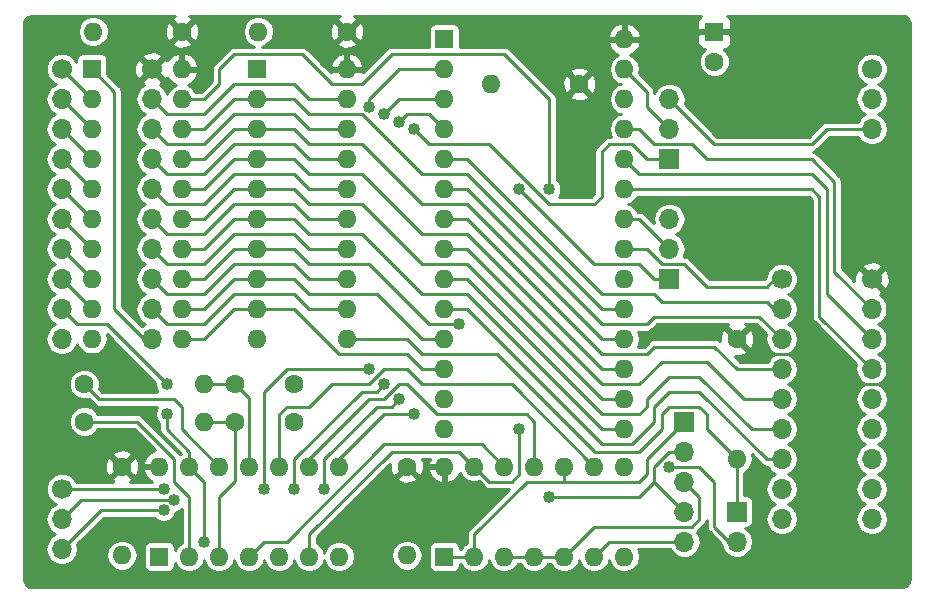
<source format=gbl>
G04 #@! TF.GenerationSoftware,KiCad,Pcbnew,5.0.2-bee76a0~70~ubuntu16.04.1*
G04 #@! TF.CreationDate,2019-05-03T11:24:50+01:00*
G04 #@! TF.ProjectId,AtomRamAndNoiseKiller,41746f6d-5261-46d4-916e-644e6f697365,rev?*
G04 #@! TF.SameCoordinates,PX8e4fe28PY93c3260*
G04 #@! TF.FileFunction,Copper,L2,Bot*
G04 #@! TF.FilePolarity,Positive*
%FSLAX46Y46*%
G04 Gerber Fmt 4.6, Leading zero omitted, Abs format (unit mm)*
G04 Created by KiCad (PCBNEW 5.0.2-bee76a0~70~ubuntu16.04.1) date Fri 03 May 2019 11:24:50 BST*
%MOMM*%
%LPD*%
G01*
G04 APERTURE LIST*
G04 #@! TA.AperFunction,ComponentPad*
%ADD10O,1.700000X1.700000*%
G04 #@! TD*
G04 #@! TA.AperFunction,ComponentPad*
%ADD11R,1.700000X1.700000*%
G04 #@! TD*
G04 #@! TA.AperFunction,ComponentPad*
%ADD12O,1.600000X1.600000*%
G04 #@! TD*
G04 #@! TA.AperFunction,ComponentPad*
%ADD13R,1.600000X1.600000*%
G04 #@! TD*
G04 #@! TA.AperFunction,ComponentPad*
%ADD14C,1.600000*%
G04 #@! TD*
G04 #@! TA.AperFunction,ComponentPad*
%ADD15C,1.700000*%
G04 #@! TD*
G04 #@! TA.AperFunction,ViaPad*
%ADD16C,1.016000*%
G04 #@! TD*
G04 #@! TA.AperFunction,Conductor*
%ADD17C,0.254000*%
G04 #@! TD*
G04 APERTURE END LIST*
D10*
G04 #@! TO.P,LK4,5*
G04 #@! TO.N,Net-(LK4-Pad5)*
X56515000Y4445000D03*
G04 #@! TO.P,LK4,4*
G04 #@! TO.N,Net-(LK4-Pad2)*
X56515000Y6985000D03*
G04 #@! TO.P,LK4,3*
G04 #@! TO.N,Net-(LK4-Pad3)*
X56515000Y9525000D03*
G04 #@! TO.P,LK4,2*
G04 #@! TO.N,Net-(LK4-Pad2)*
X56515000Y12065000D03*
D11*
G04 #@! TO.P,LK4,1*
G04 #@! TO.N,/NVDG*
X56515000Y14605000D03*
G04 #@! TD*
D12*
G04 #@! TO.P,U2,14*
G04 #@! TO.N,VCC*
X36195000Y10795000D03*
G04 #@! TO.P,U2,7*
G04 #@! TO.N,GND*
X51435000Y3175000D03*
G04 #@! TO.P,U2,13*
G04 #@! TO.N,Net-(LK2-Pad1)*
X38735000Y10795000D03*
G04 #@! TO.P,U2,6*
G04 #@! TO.N,Net-(LK4-Pad5)*
X48895000Y3175000D03*
G04 #@! TO.P,U2,12*
G04 #@! TO.N,Net-(U1-Pad4)*
X41275000Y10795000D03*
G04 #@! TO.P,U2,5*
G04 #@! TO.N,Net-(LK4-Pad3)*
X46355000Y3175000D03*
G04 #@! TO.P,U2,11*
G04 #@! TO.N,Net-(U1-Pad9)*
X43815000Y10795000D03*
G04 #@! TO.P,U2,4*
G04 #@! TO.N,Net-(LK4-Pad3)*
X43815000Y3175000D03*
G04 #@! TO.P,U2,10*
G04 #@! TO.N,/NVDG*
X46355000Y10795000D03*
G04 #@! TO.P,U2,3*
G04 #@! TO.N,Net-(LK4-Pad3)*
X41275000Y3175000D03*
G04 #@! TO.P,U2,9*
G04 #@! TO.N,Net-(U1-Pad10)*
X48895000Y10795000D03*
G04 #@! TO.P,U2,2*
G04 #@! TO.N,/NVDG*
X38735000Y3175000D03*
G04 #@! TO.P,U2,8*
G04 #@! TO.N,Net-(LK3-Pad2)*
X51435000Y10795000D03*
D13*
G04 #@! TO.P,U2,1*
G04 #@! TO.N,/NVDG*
X36195000Y3175000D03*
G04 #@! TD*
D10*
G04 #@! TO.P,LK3,2*
G04 #@! TO.N,Net-(LK3-Pad2)*
X60960000Y4445000D03*
D11*
G04 #@! TO.P,LK3,1*
G04 #@! TO.N,/LOAD*
X60960000Y6985000D03*
G04 #@! TD*
D10*
G04 #@! TO.P,LK2,3*
G04 #@! TO.N,GND*
X55245000Y31750000D03*
G04 #@! TO.P,LK2,2*
G04 #@! TO.N,/RAMNOE*
X55245000Y29210000D03*
D11*
G04 #@! TO.P,LK2,1*
G04 #@! TO.N,Net-(LK2-Pad1)*
X55245000Y26670000D03*
G04 #@! TD*
D10*
G04 #@! TO.P,LK1,3*
G04 #@! TO.N,/NWE*
X55245000Y41910000D03*
G04 #@! TO.P,LK1,2*
G04 #@! TO.N,/RAMNWE*
X55245000Y39370000D03*
D11*
G04 #@! TO.P,LK1,1*
G04 #@! TO.N,Net-(LK1-Pad1)*
X55245000Y36830000D03*
G04 #@! TD*
D12*
G04 #@! TO.P,C2,2*
G04 #@! TO.N,GND*
X33020000Y3295000D03*
D14*
G04 #@! TO.P,C2,1*
G04 #@! TO.N,VCC*
X33020000Y10795000D03*
G04 #@! TD*
D12*
G04 #@! TO.P,U1,14*
G04 #@! TO.N,VCC*
X12065000Y10795000D03*
G04 #@! TO.P,U1,7*
G04 #@! TO.N,GND*
X27305000Y3175000D03*
G04 #@! TO.P,U1,13*
G04 #@! TO.N,/NVDG*
X14605000Y10795000D03*
G04 #@! TO.P,U1,6*
G04 #@! TO.N,Net-(LK2-Pad1)*
X24765000Y3175000D03*
G04 #@! TO.P,U1,12*
G04 #@! TO.N,Net-(R1-Pad1)*
X17145000Y10795000D03*
G04 #@! TO.P,U1,5*
G04 #@! TO.N,/NWE*
X22225000Y3175000D03*
G04 #@! TO.P,U1,11*
G04 #@! TO.N,Net-(C7-Pad1)*
X19685000Y10795000D03*
G04 #@! TO.P,U1,4*
G04 #@! TO.N,Net-(U1-Pad4)*
X19685000Y3175000D03*
G04 #@! TO.P,U1,10*
G04 #@! TO.N,Net-(U1-Pad10)*
X22225000Y10795000D03*
G04 #@! TO.P,U1,3*
G04 #@! TO.N,Net-(C8-Pad1)*
X17145000Y3175000D03*
G04 #@! TO.P,U1,9*
G04 #@! TO.N,Net-(U1-Pad9)*
X24765000Y10795000D03*
G04 #@! TO.P,U1,2*
G04 #@! TO.N,Net-(R2-Pad1)*
X14605000Y3175000D03*
G04 #@! TO.P,U1,8*
G04 #@! TO.N,Net-(LK1-Pad1)*
X27305000Y10795000D03*
D13*
G04 #@! TO.P,U1,1*
G04 #@! TO.N,/NWE*
X12065000Y3175000D03*
G04 #@! TD*
D14*
G04 #@! TO.P,C8,2*
G04 #@! TO.N,GND*
X23495000Y14605000D03*
G04 #@! TO.P,C8,1*
G04 #@! TO.N,Net-(C8-Pad1)*
X18495000Y14605000D03*
G04 #@! TD*
D10*
G04 #@! TO.P,J3,3*
G04 #@! TO.N,/NWE*
X72390000Y39370000D03*
G04 #@! TO.P,J3,2*
G04 #@! TO.N,Net-(J3-Pad2)*
X72390000Y41910000D03*
D15*
G04 #@! TO.P,J3,1*
G04 #@! TO.N,Net-(J3-Pad1)*
X72390000Y44450000D03*
G04 #@! TD*
D12*
G04 #@! TO.P,C1,2*
G04 #@! TO.N,GND*
X8890000Y3295000D03*
D14*
G04 #@! TO.P,C1,1*
G04 #@! TO.N,VCC*
X8890000Y10795000D03*
G04 #@! TD*
D12*
G04 #@! TO.P,C3,2*
G04 #@! TO.N,GND*
X6470000Y47625000D03*
D14*
G04 #@! TO.P,C3,1*
G04 #@! TO.N,VCC*
X13970000Y47625000D03*
G04 #@! TD*
D12*
G04 #@! TO.P,C4,2*
G04 #@! TO.N,GND*
X20440000Y47625000D03*
D14*
G04 #@! TO.P,C4,1*
G04 #@! TO.N,VCC*
X27940000Y47625000D03*
G04 #@! TD*
D12*
G04 #@! TO.P,C5,2*
G04 #@! TO.N,GND*
X40125000Y43180000D03*
D14*
G04 #@! TO.P,C5,1*
G04 #@! TO.N,VCC*
X47625000Y43180000D03*
G04 #@! TD*
D12*
G04 #@! TO.P,U5,28*
G04 #@! TO.N,VCC*
X51435000Y46990000D03*
G04 #@! TO.P,U5,14*
G04 #@! TO.N,GND*
X36195000Y13970000D03*
G04 #@! TO.P,U5,27*
G04 #@! TO.N,/RAMNWE*
X51435000Y44450000D03*
G04 #@! TO.P,U5,13*
G04 #@! TO.N,/RD5*
X36195000Y16510000D03*
G04 #@! TO.P,U5,26*
G04 #@! TO.N,GND*
X51435000Y41910000D03*
G04 #@! TO.P,U5,12*
G04 #@! TO.N,/RD7*
X36195000Y19050000D03*
G04 #@! TO.P,U5,25*
G04 #@! TO.N,/A7*
X51435000Y39370000D03*
G04 #@! TO.P,U5,11*
G04 #@! TO.N,/RD6*
X36195000Y21590000D03*
G04 #@! TO.P,U5,24*
G04 #@! TO.N,/A8*
X51435000Y36830000D03*
G04 #@! TO.P,U5,10*
G04 #@! TO.N,/A2*
X36195000Y24130000D03*
G04 #@! TO.P,U5,23*
G04 #@! TO.N,/A9*
X51435000Y34290000D03*
G04 #@! TO.P,U5,9*
G04 #@! TO.N,/A1*
X36195000Y26670000D03*
G04 #@! TO.P,U5,22*
G04 #@! TO.N,/RAMNOE*
X51435000Y31750000D03*
G04 #@! TO.P,U5,8*
G04 #@! TO.N,/A0*
X36195000Y29210000D03*
G04 #@! TO.P,U5,21*
G04 #@! TO.N,/A6*
X51435000Y29210000D03*
G04 #@! TO.P,U5,7*
G04 #@! TO.N,/A3*
X36195000Y31750000D03*
G04 #@! TO.P,U5,20*
G04 #@! TO.N,GND*
X51435000Y26670000D03*
G04 #@! TO.P,U5,6*
G04 #@! TO.N,/A4*
X36195000Y34290000D03*
G04 #@! TO.P,U5,19*
G04 #@! TO.N,/RD0*
X51435000Y24130000D03*
G04 #@! TO.P,U5,5*
G04 #@! TO.N,/A5*
X36195000Y36830000D03*
G04 #@! TO.P,U5,18*
G04 #@! TO.N,/RD1*
X51435000Y21590000D03*
G04 #@! TO.P,U5,4*
G04 #@! TO.N,/A12*
X36195000Y39370000D03*
G04 #@! TO.P,U5,17*
G04 #@! TO.N,/RD2*
X51435000Y19050000D03*
G04 #@! TO.P,U5,3*
G04 #@! TO.N,/A11*
X36195000Y41910000D03*
G04 #@! TO.P,U5,16*
G04 #@! TO.N,/RD3*
X51435000Y16510000D03*
G04 #@! TO.P,U5,2*
G04 #@! TO.N,/A10*
X36195000Y44450000D03*
G04 #@! TO.P,U5,15*
G04 #@! TO.N,/RD4*
X51435000Y13970000D03*
D13*
G04 #@! TO.P,U5,1*
G04 #@! TO.N,GND*
X36195000Y46990000D03*
G04 #@! TD*
D10*
G04 #@! TO.P,J1,10*
G04 #@! TO.N,/NDRS*
X11430000Y21590000D03*
G04 #@! TO.P,J1,9*
G04 #@! TO.N,/VD7*
X11430000Y24130000D03*
G04 #@! TO.P,J1,8*
G04 #@! TO.N,/VD6*
X11430000Y26670000D03*
G04 #@! TO.P,J1,7*
G04 #@! TO.N,/VD5*
X11430000Y29210000D03*
G04 #@! TO.P,J1,6*
G04 #@! TO.N,/VD4*
X11430000Y31750000D03*
G04 #@! TO.P,J1,5*
G04 #@! TO.N,/VD3*
X11430000Y34290000D03*
G04 #@! TO.P,J1,4*
G04 #@! TO.N,/VD2*
X11430000Y36830000D03*
G04 #@! TO.P,J1,3*
G04 #@! TO.N,/VD1*
X11430000Y39370000D03*
G04 #@! TO.P,J1,2*
G04 #@! TO.N,/VD0*
X11430000Y41910000D03*
D15*
G04 #@! TO.P,J1,1*
G04 #@! TO.N,VCC*
X11430000Y44450000D03*
G04 #@! TD*
D10*
G04 #@! TO.P,J6,3*
G04 #@! TO.N,/A12*
X3810000Y3810000D03*
G04 #@! TO.P,J6,2*
G04 #@! TO.N,/A11*
X3810000Y6350000D03*
D15*
G04 #@! TO.P,J6,1*
G04 #@! TO.N,/A10*
X3810000Y8890000D03*
G04 #@! TD*
D10*
G04 #@! TO.P,J4,9*
G04 #@! TO.N,GND*
X64770000Y6350000D03*
G04 #@! TO.P,J4,8*
G04 #@! TO.N,Net-(J4-Pad8)*
X64770000Y8890000D03*
G04 #@! TO.P,J4,7*
G04 #@! TO.N,/A2*
X64770000Y11430000D03*
G04 #@! TO.P,J4,6*
G04 #@! TO.N,/A1*
X64770000Y13970000D03*
G04 #@! TO.P,J4,5*
G04 #@! TO.N,/A0*
X64770000Y16510000D03*
G04 #@! TO.P,J4,4*
G04 #@! TO.N,/A3*
X64770000Y19050000D03*
G04 #@! TO.P,J4,3*
G04 #@! TO.N,/A4*
X64770000Y21590000D03*
G04 #@! TO.P,J4,2*
G04 #@! TO.N,/A5*
X64770000Y24130000D03*
D15*
G04 #@! TO.P,J4,1*
G04 #@! TO.N,/A6*
X64770000Y26670000D03*
G04 #@! TD*
D10*
G04 #@! TO.P,J5,9*
G04 #@! TO.N,Net-(J5-Pad9)*
X72390000Y6350000D03*
G04 #@! TO.P,J5,8*
G04 #@! TO.N,Net-(J5-Pad8)*
X72390000Y8890000D03*
G04 #@! TO.P,J5,7*
G04 #@! TO.N,Net-(J5-Pad7)*
X72390000Y11430000D03*
G04 #@! TO.P,J5,6*
G04 #@! TO.N,Net-(J5-Pad6)*
X72390000Y13970000D03*
G04 #@! TO.P,J5,5*
G04 #@! TO.N,Net-(J5-Pad5)*
X72390000Y16510000D03*
G04 #@! TO.P,J5,4*
G04 #@! TO.N,/A9*
X72390000Y19050000D03*
G04 #@! TO.P,J5,3*
G04 #@! TO.N,/A8*
X72390000Y21590000D03*
G04 #@! TO.P,J5,2*
G04 #@! TO.N,/A7*
X72390000Y24130000D03*
D15*
G04 #@! TO.P,J5,1*
G04 #@! TO.N,VCC*
X72390000Y26670000D03*
G04 #@! TD*
D10*
G04 #@! TO.P,J2,10*
G04 #@! TO.N,GND*
X3810000Y21590000D03*
G04 #@! TO.P,J2,9*
G04 #@! TO.N,/NVDG*
X3810000Y24130000D03*
G04 #@! TO.P,J2,8*
G04 #@! TO.N,/PD7*
X3810000Y26670000D03*
G04 #@! TO.P,J2,7*
G04 #@! TO.N,/PD6*
X3810000Y29210000D03*
G04 #@! TO.P,J2,6*
G04 #@! TO.N,/PD5*
X3810000Y31750000D03*
G04 #@! TO.P,J2,5*
G04 #@! TO.N,/PD4*
X3810000Y34290000D03*
G04 #@! TO.P,J2,4*
G04 #@! TO.N,/PD3*
X3810000Y36830000D03*
G04 #@! TO.P,J2,3*
G04 #@! TO.N,/PD2*
X3810000Y39370000D03*
G04 #@! TO.P,J2,2*
G04 #@! TO.N,/PD1*
X3810000Y41910000D03*
D15*
G04 #@! TO.P,J2,1*
G04 #@! TO.N,/PD0*
X3810000Y44450000D03*
G04 #@! TD*
D14*
G04 #@! TO.P,C6,2*
G04 #@! TO.N,GND*
X59055000Y45085000D03*
D13*
G04 #@! TO.P,C6,1*
G04 #@! TO.N,VCC*
X59055000Y47585000D03*
G04 #@! TD*
D14*
G04 #@! TO.P,C7,2*
G04 #@! TO.N,GND*
X23495000Y17780000D03*
G04 #@! TO.P,C7,1*
G04 #@! TO.N,Net-(C7-Pad1)*
X18495000Y17780000D03*
G04 #@! TD*
D12*
G04 #@! TO.P,U3,20*
G04 #@! TO.N,VCC*
X13970000Y44450000D03*
G04 #@! TO.P,U3,10*
G04 #@! TO.N,GND*
X6350000Y21590000D03*
G04 #@! TO.P,U3,19*
G04 #@! TO.N,Net-(LK4-Pad2)*
X13970000Y41910000D03*
G04 #@! TO.P,U3,9*
G04 #@! TO.N,/PD7*
X6350000Y24130000D03*
G04 #@! TO.P,U3,18*
G04 #@! TO.N,/RD0*
X13970000Y39370000D03*
G04 #@! TO.P,U3,8*
G04 #@! TO.N,/PD6*
X6350000Y26670000D03*
G04 #@! TO.P,U3,17*
G04 #@! TO.N,/RD1*
X13970000Y36830000D03*
G04 #@! TO.P,U3,7*
G04 #@! TO.N,/PD5*
X6350000Y29210000D03*
G04 #@! TO.P,U3,16*
G04 #@! TO.N,/RD2*
X13970000Y34290000D03*
G04 #@! TO.P,U3,6*
G04 #@! TO.N,/PD4*
X6350000Y31750000D03*
G04 #@! TO.P,U3,15*
G04 #@! TO.N,/RD3*
X13970000Y31750000D03*
G04 #@! TO.P,U3,5*
G04 #@! TO.N,/PD3*
X6350000Y34290000D03*
G04 #@! TO.P,U3,14*
G04 #@! TO.N,/RD4*
X13970000Y29210000D03*
G04 #@! TO.P,U3,4*
G04 #@! TO.N,/PD2*
X6350000Y36830000D03*
G04 #@! TO.P,U3,13*
G04 #@! TO.N,/RD5*
X13970000Y26670000D03*
G04 #@! TO.P,U3,3*
G04 #@! TO.N,/PD1*
X6350000Y39370000D03*
G04 #@! TO.P,U3,12*
G04 #@! TO.N,/RD6*
X13970000Y24130000D03*
G04 #@! TO.P,U3,2*
G04 #@! TO.N,/PD0*
X6350000Y41910000D03*
G04 #@! TO.P,U3,11*
G04 #@! TO.N,/RD7*
X13970000Y21590000D03*
D13*
G04 #@! TO.P,U3,1*
G04 #@! TO.N,/NDRS*
X6350000Y44450000D03*
G04 #@! TD*
D12*
G04 #@! TO.P,U4,20*
G04 #@! TO.N,VCC*
X27940000Y44450000D03*
G04 #@! TO.P,U4,10*
G04 #@! TO.N,GND*
X20320000Y21590000D03*
G04 #@! TO.P,U4,19*
G04 #@! TO.N,/VD0*
X27940000Y41910000D03*
G04 #@! TO.P,U4,9*
G04 #@! TO.N,/RD7*
X20320000Y24130000D03*
G04 #@! TO.P,U4,18*
G04 #@! TO.N,/VD1*
X27940000Y39370000D03*
G04 #@! TO.P,U4,8*
G04 #@! TO.N,/RD6*
X20320000Y26670000D03*
G04 #@! TO.P,U4,17*
G04 #@! TO.N,/VD2*
X27940000Y36830000D03*
G04 #@! TO.P,U4,7*
G04 #@! TO.N,/RD5*
X20320000Y29210000D03*
G04 #@! TO.P,U4,16*
G04 #@! TO.N,/VD3*
X27940000Y34290000D03*
G04 #@! TO.P,U4,6*
G04 #@! TO.N,/RD4*
X20320000Y31750000D03*
G04 #@! TO.P,U4,15*
G04 #@! TO.N,/VD4*
X27940000Y31750000D03*
G04 #@! TO.P,U4,5*
G04 #@! TO.N,/RD3*
X20320000Y34290000D03*
G04 #@! TO.P,U4,14*
G04 #@! TO.N,/VD5*
X27940000Y29210000D03*
G04 #@! TO.P,U4,4*
G04 #@! TO.N,/RD2*
X20320000Y36830000D03*
G04 #@! TO.P,U4,13*
G04 #@! TO.N,/VD6*
X27940000Y26670000D03*
G04 #@! TO.P,U4,3*
G04 #@! TO.N,/RD1*
X20320000Y39370000D03*
G04 #@! TO.P,U4,12*
G04 #@! TO.N,/VD7*
X27940000Y24130000D03*
G04 #@! TO.P,U4,2*
G04 #@! TO.N,/RD0*
X20320000Y41910000D03*
G04 #@! TO.P,U4,11*
G04 #@! TO.N,/LOAD*
X27940000Y21590000D03*
D13*
G04 #@! TO.P,U4,1*
G04 #@! TO.N,GND*
X20320000Y44450000D03*
G04 #@! TD*
D12*
G04 #@! TO.P,R3,2*
G04 #@! TO.N,/LOAD*
X60960000Y11430000D03*
D14*
G04 #@! TO.P,R3,1*
G04 #@! TO.N,VCC*
X60960000Y21590000D03*
G04 #@! TD*
D12*
G04 #@! TO.P,R1,2*
G04 #@! TO.N,Net-(C7-Pad1)*
X15875000Y17780000D03*
D14*
G04 #@! TO.P,R1,1*
G04 #@! TO.N,Net-(R1-Pad1)*
X5715000Y17780000D03*
G04 #@! TD*
D12*
G04 #@! TO.P,R2,2*
G04 #@! TO.N,Net-(C8-Pad1)*
X15875000Y14605000D03*
D14*
G04 #@! TO.P,R2,1*
G04 #@! TO.N,Net-(R2-Pad1)*
X5715000Y14605000D03*
G04 #@! TD*
D16*
G04 #@! TO.N,/A12*
X12446000Y7112000D03*
X32385000Y40005000D03*
X32385000Y16510000D03*
X26035000Y8890000D03*
G04 #@! TO.N,/RD5*
X37465000Y22860000D03*
G04 #@! TO.N,/A10*
X12446000Y8890000D03*
X20955000Y8890000D03*
X29845000Y41275000D03*
X29845000Y19050000D03*
G04 #@! TO.N,/A11*
X13335000Y8001000D03*
X31115000Y40640000D03*
X31115000Y17780000D03*
X23495000Y8890000D03*
G04 #@! TO.N,/NVDG*
X12700000Y17780000D03*
X12700000Y15240000D03*
X15875000Y4445000D03*
G04 #@! TO.N,Net-(LK1-Pad1)*
X33655000Y39370000D03*
X33655000Y15240000D03*
G04 #@! TO.N,Net-(LK2-Pad1)*
X42545000Y34290000D03*
X42545000Y13970000D03*
G04 #@! TO.N,Net-(LK3-Pad2)*
X55245000Y10795000D03*
G04 #@! TO.N,Net-(LK4-Pad2)*
X45085000Y34290000D03*
X45085000Y8255000D03*
G04 #@! TD*
D17*
G04 #@! TO.N,VCC*
X73660000Y25400000D02*
X72390000Y26670000D01*
X73660000Y17780000D02*
X73660000Y25400000D01*
X62230000Y20320000D02*
X66040000Y20320000D01*
X60960000Y21590000D02*
X62230000Y20320000D01*
X66040000Y20320000D02*
X68580000Y17780000D01*
X68580000Y17780000D02*
X73660000Y17780000D01*
G04 #@! TO.N,/LOAD*
X60960000Y6985000D02*
X60960000Y11430000D01*
X33020000Y21590000D02*
X27940000Y21590000D01*
X34290000Y20320000D02*
X33020000Y21590000D01*
X40640000Y20320000D02*
X34290000Y20320000D01*
X48871244Y12088756D02*
X40640000Y20320000D01*
X55245000Y15875000D02*
X57785000Y15875000D01*
X48895000Y12065000D02*
X52705000Y12065000D01*
X52705000Y12065000D02*
X54610000Y13970000D01*
X54610000Y13970000D02*
X54610000Y15240000D01*
X54610000Y15240000D02*
X55245000Y15875000D01*
X60960000Y11430000D02*
X58420000Y13970000D01*
X58420000Y13970000D02*
X58420000Y15240000D01*
X57785000Y15875000D02*
X58420000Y15240000D01*
G04 #@! TO.N,/A12*
X7112000Y7112000D02*
X3810000Y3810000D01*
X12446000Y7112000D02*
X7112000Y7112000D01*
X33020000Y40640000D02*
X32385000Y40005000D01*
X34925000Y40640000D02*
X33020000Y40640000D01*
X36195000Y39370000D02*
X34925000Y40640000D01*
X31750000Y15875000D02*
X32385000Y16510000D01*
X30480000Y15875000D02*
X31750000Y15875000D01*
X26035000Y11430000D02*
X30480000Y15875000D01*
X26035000Y8890000D02*
X26035000Y11430000D01*
G04 #@! TO.N,/A7*
X67310000Y36830000D02*
X69215000Y34925000D01*
X52705000Y39370000D02*
X53975000Y38100000D01*
X69215000Y34925000D02*
X69215000Y27305000D01*
X51435000Y39370000D02*
X52705000Y39370000D01*
X53975000Y38100000D02*
X57150000Y38100000D01*
X69215000Y27305000D02*
X72390000Y24130000D01*
X58420000Y36830000D02*
X67310000Y36830000D01*
X57150000Y38100000D02*
X58420000Y36830000D01*
G04 #@! TO.N,/A6*
X63500000Y26035000D02*
X64135000Y26670000D01*
X51435000Y29210000D02*
X53340000Y29210000D01*
X53340000Y29210000D02*
X54610000Y27940000D01*
X64135000Y26670000D02*
X64770000Y26670000D01*
X54610000Y27940000D02*
X56515000Y27940000D01*
X58420000Y26035000D02*
X63500000Y26035000D01*
X56515000Y27940000D02*
X58420000Y26035000D01*
G04 #@! TO.N,/A5*
X38100000Y36830000D02*
X36195000Y36830000D01*
X64770000Y24130000D02*
X64135000Y24130000D01*
X49530000Y25400000D02*
X38100000Y36830000D01*
X53975000Y25400000D02*
X54610000Y24765000D01*
X53975000Y25400000D02*
X49530000Y25400000D01*
X54610000Y24765000D02*
X63500000Y24765000D01*
X64135000Y24130000D02*
X63500000Y24765000D01*
G04 #@! TO.N,/A4*
X38100000Y34290000D02*
X36195000Y34290000D01*
X49530000Y22860000D02*
X38100000Y34290000D01*
X62865000Y23495000D02*
X53975000Y23495000D01*
X64770000Y21590000D02*
X62865000Y23495000D01*
X53975000Y23495000D02*
X53340000Y22860000D01*
X53340000Y22860000D02*
X49530000Y22860000D01*
G04 #@! TO.N,/A3*
X49530000Y20320000D02*
X38100000Y31750000D01*
X64770000Y19050000D02*
X60960000Y19050000D01*
X38100000Y31750000D02*
X36195000Y31750000D01*
X53340000Y20320000D02*
X49530000Y20320000D01*
X59055000Y20955000D02*
X53975000Y20955000D01*
X60960000Y19050000D02*
X59055000Y20955000D01*
X53975000Y20955000D02*
X53340000Y20320000D01*
G04 #@! TO.N,/A2*
X63500000Y11430000D02*
X64770000Y11430000D01*
X57785000Y17145000D02*
X63500000Y11430000D01*
X55245000Y17145000D02*
X57785000Y17145000D01*
X53975000Y15875000D02*
X55245000Y17145000D01*
X53975000Y14605000D02*
X53975000Y15875000D01*
X36195000Y24130000D02*
X38100000Y24130000D01*
X38100000Y24130000D02*
X49530000Y12700000D01*
X49530000Y12700000D02*
X52070000Y12700000D01*
X52070000Y12700000D02*
X53975000Y14605000D01*
G04 #@! TO.N,/A1*
X38100000Y26670000D02*
X36195000Y26670000D01*
X49530000Y15240000D02*
X38100000Y26670000D01*
X52705000Y15240000D02*
X49530000Y15240000D01*
X53340000Y15875000D02*
X52705000Y15240000D01*
X64770000Y13970000D02*
X62230000Y13970000D01*
X62230000Y13970000D02*
X57785000Y18415000D01*
X57785000Y18415000D02*
X55245000Y18415000D01*
X53340000Y16510000D02*
X53340000Y15875000D01*
X55245000Y18415000D02*
X53340000Y16510000D01*
G04 #@! TO.N,/A0*
X38100000Y29210000D02*
X36195000Y29210000D01*
X49530000Y17780000D02*
X38100000Y29210000D01*
X52705000Y17780000D02*
X49530000Y17780000D01*
X64770000Y16510000D02*
X61595000Y16510000D01*
X61595000Y16510000D02*
X58420000Y19685000D01*
X58420000Y19685000D02*
X54610000Y19685000D01*
X54610000Y19685000D02*
X52705000Y17780000D01*
G04 #@! TO.N,/RD0*
X15875000Y39370000D02*
X18415000Y41910000D01*
X18415000Y41910000D02*
X20320000Y41910000D01*
X13970000Y39370000D02*
X15875000Y39370000D01*
X20320000Y41910000D02*
X23495000Y41910000D01*
X23495000Y41910000D02*
X24765000Y40640000D01*
X24765000Y40640000D02*
X29210000Y40640000D01*
X29210000Y40640000D02*
X34290000Y35560000D01*
X34290000Y35560000D02*
X38100000Y35560000D01*
X49530000Y24130000D02*
X51435000Y24130000D01*
X38100000Y35560000D02*
X49530000Y24130000D01*
G04 #@! TO.N,/RD1*
X13970000Y36830000D02*
X15875000Y36830000D01*
X18415000Y39370000D02*
X20320000Y39370000D01*
X15875000Y36830000D02*
X18415000Y39370000D01*
X49530000Y21590000D02*
X51435000Y21590000D01*
X34290000Y33020000D02*
X38100000Y33020000D01*
X20320000Y39370000D02*
X23495000Y39370000D01*
X23495000Y39370000D02*
X24765000Y38100000D01*
X24765000Y38100000D02*
X29210000Y38100000D01*
X38100000Y33020000D02*
X49530000Y21590000D01*
X29210000Y38100000D02*
X34290000Y33020000D01*
G04 #@! TO.N,/RD2*
X20320000Y36830000D02*
X18415000Y36830000D01*
X15875000Y34290000D02*
X13970000Y34290000D01*
X18415000Y36830000D02*
X15875000Y34290000D01*
X51435000Y19050000D02*
X49530000Y19050000D01*
X49530000Y19050000D02*
X38100000Y30480000D01*
X38100000Y30480000D02*
X34290000Y30480000D01*
X34290000Y30480000D02*
X29210000Y35560000D01*
X29210000Y35560000D02*
X24765000Y35560000D01*
X24765000Y35560000D02*
X23495000Y36830000D01*
X23495000Y36830000D02*
X20320000Y36830000D01*
G04 #@! TO.N,/RD3*
X20320000Y34290000D02*
X18415000Y34290000D01*
X18415000Y34290000D02*
X15875000Y31750000D01*
X15875000Y31750000D02*
X13970000Y31750000D01*
X51435000Y16510000D02*
X49530000Y16510000D01*
X49530000Y16510000D02*
X38100000Y27940000D01*
X38100000Y27940000D02*
X34290000Y27940000D01*
X34290000Y27940000D02*
X29210000Y33020000D01*
X29210000Y33020000D02*
X24765000Y33020000D01*
X24765000Y33020000D02*
X23495000Y34290000D01*
X23495000Y34290000D02*
X20320000Y34290000D01*
G04 #@! TO.N,/RD4*
X20320000Y31750000D02*
X18415000Y31750000D01*
X18415000Y31750000D02*
X15875000Y29210000D01*
X15875000Y29210000D02*
X13970000Y29210000D01*
X51435000Y13970000D02*
X49530000Y13970000D01*
X49530000Y13970000D02*
X38100000Y25400000D01*
X38100000Y25400000D02*
X34290000Y25400000D01*
X34290000Y25400000D02*
X29210000Y30480000D01*
X29210000Y30480000D02*
X24765000Y30480000D01*
X24765000Y30480000D02*
X23495000Y31750000D01*
X23495000Y31750000D02*
X20320000Y31750000D01*
G04 #@! TO.N,/RD5*
X20320000Y29210000D02*
X18415000Y29210000D01*
X18415000Y29210000D02*
X15875000Y26670000D01*
X15875000Y26670000D02*
X13970000Y26670000D01*
X20320000Y29210000D02*
X23495000Y29210000D01*
X34925000Y22860000D02*
X37465000Y22860000D01*
X23495000Y29210000D02*
X24765000Y27940000D01*
X24765000Y27940000D02*
X29845000Y27940000D01*
X29845000Y27940000D02*
X34925000Y22860000D01*
G04 #@! TO.N,/RD6*
X20320000Y26670000D02*
X18415000Y26670000D01*
X15875000Y24130000D02*
X13970000Y24130000D01*
X18415000Y26670000D02*
X15875000Y24130000D01*
X23495000Y26670000D02*
X20320000Y26670000D01*
X36195000Y21590000D02*
X34290000Y21590000D01*
X30480000Y25400000D02*
X24765000Y25400000D01*
X34290000Y21590000D02*
X30480000Y25400000D01*
X24765000Y25400000D02*
X23495000Y26670000D01*
G04 #@! TO.N,/RD7*
X20320000Y24130000D02*
X18415000Y24130000D01*
X18415000Y24130000D02*
X15875000Y21590000D01*
X15875000Y21590000D02*
X13970000Y21590000D01*
X34290000Y19050000D02*
X36195000Y19050000D01*
X20320000Y24130000D02*
X23495000Y24130000D01*
X23495000Y24130000D02*
X27305000Y20320000D01*
X27305000Y20320000D02*
X33020000Y20320000D01*
X33020000Y20320000D02*
X34290000Y19050000D01*
G04 #@! TO.N,/A10*
X12446000Y8890000D02*
X3810000Y8890000D01*
X29845000Y41275000D02*
X29845000Y41910000D01*
X29845000Y41910000D02*
X32385000Y44450000D01*
X32385000Y44450000D02*
X36195000Y44450000D01*
X22860000Y19050000D02*
X20955000Y17145000D01*
X29845000Y19050000D02*
X22860000Y19050000D01*
X20955000Y17145000D02*
X20955000Y8890000D01*
G04 #@! TO.N,/A11*
X5461000Y8001000D02*
X3810000Y6350000D01*
X13335000Y8001000D02*
X5461000Y8001000D01*
X32385000Y41910000D02*
X36195000Y41910000D01*
X31115000Y40640000D02*
X32385000Y41910000D01*
X30480000Y17145000D02*
X31115000Y17780000D01*
X29210000Y17145000D02*
X30480000Y17145000D01*
X23495000Y11430000D02*
X29210000Y17145000D01*
X23495000Y8890000D02*
X23495000Y11430000D01*
G04 #@! TO.N,/A9*
X67310000Y34290000D02*
X51435000Y34290000D01*
X67945000Y33655000D02*
X67310000Y34290000D01*
X67945000Y23495000D02*
X67945000Y33655000D01*
X72390000Y19050000D02*
X67945000Y23495000D01*
G04 #@! TO.N,/A8*
X68580000Y25400000D02*
X72390000Y21590000D01*
X51435000Y36830000D02*
X52705000Y35560000D01*
X52705000Y35560000D02*
X67310000Y35560000D01*
X67310000Y35560000D02*
X68580000Y34290000D01*
X68580000Y34290000D02*
X68580000Y25400000D01*
G04 #@! TO.N,/NWE*
X55245000Y41910000D02*
X59055000Y38100000D01*
X67310000Y38100000D02*
X68580000Y39370000D01*
X59055000Y38100000D02*
X67310000Y38100000D01*
X68580000Y39370000D02*
X72390000Y39370000D01*
G04 #@! TO.N,/VD7*
X27940000Y24130000D02*
X24765000Y24130000D01*
X24765000Y24130000D02*
X23495000Y25400000D01*
X23495000Y25400000D02*
X18415000Y25400000D01*
X18415000Y25400000D02*
X15875000Y22860000D01*
X15875000Y22860000D02*
X12700000Y22860000D01*
X12700000Y22860000D02*
X11430000Y24130000D01*
G04 #@! TO.N,/VD6*
X11430000Y26670000D02*
X12065000Y26670000D01*
X11430000Y26670000D02*
X12700000Y25400000D01*
X12700000Y25400000D02*
X15875000Y25400000D01*
X15875000Y25400000D02*
X18415000Y27940000D01*
X18415000Y27940000D02*
X23495000Y27940000D01*
X23495000Y27940000D02*
X24765000Y26670000D01*
X24765000Y26670000D02*
X27940000Y26670000D01*
G04 #@! TO.N,/VD5*
X27940000Y29210000D02*
X24765000Y29210000D01*
X24765000Y29210000D02*
X23495000Y30480000D01*
X23495000Y30480000D02*
X18415000Y30480000D01*
X18415000Y30480000D02*
X15875000Y27940000D01*
X15875000Y27940000D02*
X12700000Y27940000D01*
X12700000Y27940000D02*
X11430000Y29210000D01*
G04 #@! TO.N,/VD4*
X11430000Y31750000D02*
X12700000Y30480000D01*
X12700000Y30480000D02*
X15875000Y30480000D01*
X15875000Y30480000D02*
X18415000Y33020000D01*
X18415000Y33020000D02*
X23495000Y33020000D01*
X23495000Y33020000D02*
X24765000Y31750000D01*
X24765000Y31750000D02*
X27940000Y31750000D01*
G04 #@! TO.N,/VD3*
X24765000Y34290000D02*
X27940000Y34290000D01*
X23495000Y35560000D02*
X24765000Y34290000D01*
X11430000Y34290000D02*
X12700000Y33020000D01*
X15875000Y33020000D02*
X18415000Y35560000D01*
X12700000Y33020000D02*
X15875000Y33020000D01*
X18415000Y35560000D02*
X23495000Y35560000D01*
G04 #@! TO.N,/VD2*
X11430000Y36830000D02*
X12700000Y35560000D01*
X12700000Y35560000D02*
X15875000Y35560000D01*
X15875000Y35560000D02*
X18415000Y38100000D01*
X18415000Y38100000D02*
X23495000Y38100000D01*
X23495000Y38100000D02*
X24765000Y36830000D01*
X24765000Y36830000D02*
X27940000Y36830000D01*
G04 #@! TO.N,/VD1*
X12700000Y38100000D02*
X11430000Y39370000D01*
X15875000Y38100000D02*
X12700000Y38100000D01*
X27940000Y39370000D02*
X24765000Y39370000D01*
X24765000Y39370000D02*
X23495000Y40640000D01*
X23495000Y40640000D02*
X18415000Y40640000D01*
X18415000Y40640000D02*
X15875000Y38100000D01*
G04 #@! TO.N,/VD0*
X27940000Y41910000D02*
X24765000Y41910000D01*
X24765000Y41910000D02*
X23495000Y43180000D01*
X23495000Y43180000D02*
X18415000Y43180000D01*
X18415000Y43180000D02*
X15875000Y40640000D01*
X15875000Y40640000D02*
X12700000Y40640000D01*
X12700000Y40640000D02*
X11430000Y41910000D01*
G04 #@! TO.N,/NVDG*
X12700000Y17780000D02*
X7620000Y22860000D01*
X14605000Y12065000D02*
X14605000Y10795000D01*
X12700000Y13970000D02*
X14605000Y12065000D01*
X12700000Y15240000D02*
X12700000Y13970000D01*
X36195000Y3175000D02*
X38735000Y3175000D01*
X15875000Y9525000D02*
X15875000Y4445000D01*
X14605000Y10795000D02*
X15875000Y9525000D01*
X38735000Y5080000D02*
X38735000Y3175000D01*
X43180000Y9525000D02*
X38735000Y5080000D01*
X56515000Y14605000D02*
X53340000Y11430000D01*
X53340000Y11430000D02*
X53340000Y10160000D01*
X53340000Y10160000D02*
X52705000Y9525000D01*
X46355000Y10795000D02*
X46355000Y9525000D01*
X46355000Y9525000D02*
X43180000Y9525000D01*
X52705000Y9525000D02*
X46355000Y9525000D01*
X3810000Y24130000D02*
X5080000Y22860000D01*
X5080000Y22860000D02*
X7620000Y22860000D01*
G04 #@! TO.N,/PD7*
X3810000Y26670000D02*
X6350000Y24130000D01*
G04 #@! TO.N,/PD6*
X3810000Y29210000D02*
X6350000Y26670000D01*
G04 #@! TO.N,/PD5*
X3810000Y31750000D02*
X6350000Y29210000D01*
G04 #@! TO.N,/PD4*
X3810000Y34290000D02*
X6350000Y31750000D01*
G04 #@! TO.N,/PD3*
X3810000Y36830000D02*
X6350000Y34290000D01*
G04 #@! TO.N,/PD2*
X3810000Y39370000D02*
X6350000Y36830000D01*
G04 #@! TO.N,/PD1*
X3810000Y41910000D02*
X6350000Y39370000D01*
G04 #@! TO.N,/PD0*
X3810000Y44450000D02*
X6350000Y41910000D01*
G04 #@! TO.N,/NDRS*
X8255000Y42545000D02*
X6350000Y44450000D01*
X8255000Y24130000D02*
X8255000Y42545000D01*
X10795000Y21590000D02*
X8255000Y24130000D01*
X11430000Y21590000D02*
X10795000Y21590000D01*
G04 #@! TO.N,Net-(U1-Pad4)*
X41275000Y10795000D02*
X39370000Y12700000D01*
X39370000Y12700000D02*
X31115000Y12700000D01*
X31115000Y12700000D02*
X22860000Y4445000D01*
X20955000Y4445000D02*
X19685000Y3175000D01*
X22860000Y4445000D02*
X20955000Y4445000D01*
G04 #@! TO.N,Net-(C7-Pad1)*
X15875000Y17780000D02*
X18495000Y17780000D01*
X19685000Y16590000D02*
X19685000Y10795000D01*
X18495000Y17780000D02*
X19685000Y16590000D01*
X15955000Y17780000D02*
X18495000Y17780000D01*
G04 #@! TO.N,Net-(C8-Pad1)*
X15875000Y14605000D02*
X18495000Y14605000D01*
X18495000Y14605000D02*
X18495000Y9605000D01*
X18495000Y9605000D02*
X17145000Y8255000D01*
X17145000Y8255000D02*
X17145000Y3175000D01*
G04 #@! TO.N,Net-(R1-Pad1)*
X6985000Y16510000D02*
X5715000Y17780000D01*
X17145000Y10795000D02*
X13970000Y13970000D01*
X13970000Y13970000D02*
X13970000Y15875000D01*
X13970000Y15875000D02*
X13335000Y16510000D01*
X13335000Y16510000D02*
X6985000Y16510000D01*
G04 #@! TO.N,/RAMNWE*
X53340000Y41275000D02*
X55245000Y39370000D01*
X53340000Y42545000D02*
X53340000Y41275000D01*
X51435000Y44450000D02*
X53340000Y42545000D01*
G04 #@! TO.N,/RAMNOE*
X52705000Y31750000D02*
X51435000Y31750000D01*
X55245000Y29210000D02*
X52705000Y31750000D01*
G04 #@! TO.N,Net-(U1-Pad10)*
X22225000Y10795000D02*
X22225000Y11430000D01*
X41910000Y17780000D02*
X48895000Y10795000D01*
X34290000Y17780000D02*
X41910000Y17780000D01*
X33020000Y19050000D02*
X34290000Y17780000D01*
X31115000Y19050000D02*
X33020000Y19050000D01*
X29845000Y17780000D02*
X31115000Y19050000D01*
X26670000Y17780000D02*
X29845000Y17780000D01*
X22225000Y10795000D02*
X22225000Y15240000D01*
X22225000Y15240000D02*
X22860000Y15875000D01*
X22860000Y15875000D02*
X24765000Y15875000D01*
X24765000Y15875000D02*
X26670000Y17780000D01*
G04 #@! TO.N,Net-(R2-Pad1)*
X13335000Y11430000D02*
X10160000Y14605000D01*
X14605000Y8255000D02*
X13335000Y9525000D01*
X10160000Y14605000D02*
X5715000Y14605000D01*
X13335000Y9525000D02*
X13335000Y11430000D01*
X14605000Y3175000D02*
X14605000Y8255000D01*
G04 #@! TO.N,Net-(LK1-Pad1)*
X27305000Y11430000D02*
X27305000Y10795000D01*
X31115000Y15240000D02*
X27305000Y11430000D01*
X33655000Y15240000D02*
X31115000Y15240000D01*
X50165000Y38100000D02*
X52070000Y38100000D01*
X49530000Y37465000D02*
X50165000Y38100000D01*
X49530000Y33655000D02*
X49530000Y37465000D01*
X48895000Y33020000D02*
X49530000Y33655000D01*
X33655000Y39370000D02*
X34925000Y38100000D01*
X34925000Y38100000D02*
X40005000Y38100000D01*
X40005000Y38100000D02*
X45085000Y33020000D01*
X53340000Y36830000D02*
X55245000Y36830000D01*
X52070000Y38100000D02*
X53340000Y36830000D01*
X45085000Y33020000D02*
X48895000Y33020000D01*
G04 #@! TO.N,Net-(LK2-Pad1)*
X55245000Y26670000D02*
X53975000Y26670000D01*
X48895000Y27940000D02*
X42545000Y34290000D01*
X53975000Y26670000D02*
X52705000Y27940000D01*
X52705000Y27940000D02*
X48895000Y27940000D01*
X31750000Y12065000D02*
X37465000Y12065000D01*
X24765000Y5080000D02*
X31750000Y12065000D01*
X37465000Y12065000D02*
X38735000Y10795000D01*
X24765000Y3175000D02*
X24765000Y5080000D01*
X40005000Y9525000D02*
X38735000Y10795000D01*
X41910000Y9525000D02*
X40005000Y9525000D01*
X42545000Y13970000D02*
X42545000Y10160000D01*
X42545000Y10160000D02*
X41910000Y9525000D01*
G04 #@! TO.N,Net-(LK3-Pad2)*
X57785000Y10795000D02*
X59055000Y9525000D01*
X55245000Y10795000D02*
X57785000Y10795000D01*
X59055000Y5715000D02*
X60325000Y4445000D01*
X59055000Y9525000D02*
X59055000Y5715000D01*
X60325000Y4445000D02*
X60960000Y4445000D01*
G04 #@! TO.N,Net-(U1-Pad9)*
X43815000Y14605000D02*
X43815000Y10795000D01*
X43180000Y15240000D02*
X43815000Y14605000D01*
X35560000Y15240000D02*
X43180000Y15240000D01*
X33020000Y17780000D02*
X35560000Y15240000D01*
X32385000Y17780000D02*
X33020000Y17780000D01*
X24765000Y10795000D02*
X24765000Y11430000D01*
X31115000Y16510000D02*
X32385000Y17780000D01*
X24765000Y11430000D02*
X29845000Y16510000D01*
X29845000Y16510000D02*
X31115000Y16510000D01*
G04 #@! TO.N,Net-(LK4-Pad2)*
X24130000Y45720000D02*
X18415000Y45720000D01*
X45085000Y41910000D02*
X41275000Y45720000D01*
X15875000Y41910000D02*
X13970000Y41910000D01*
X26670000Y43180000D02*
X24130000Y45720000D01*
X17145000Y44450000D02*
X17145000Y43180000D01*
X17145000Y43180000D02*
X15875000Y41910000D01*
X31750000Y45720000D02*
X29210000Y43180000D01*
X41275000Y45720000D02*
X31750000Y45720000D01*
X18415000Y45720000D02*
X17145000Y44450000D01*
X29210000Y43180000D02*
X26670000Y43180000D01*
X45085000Y34290000D02*
X45085000Y41910000D01*
X56515000Y12065000D02*
X55880000Y12065000D01*
X53975000Y10795000D02*
X53975000Y9525000D01*
X55245000Y12065000D02*
X53975000Y10795000D01*
X53975000Y9525000D02*
X56515000Y6985000D01*
X56515000Y12065000D02*
X55245000Y12065000D01*
X52705000Y8255000D02*
X53975000Y9525000D01*
X45085000Y8255000D02*
X52705000Y8255000D01*
G04 #@! TO.N,Net-(LK4-Pad3)*
X41275000Y3175000D02*
X43815000Y3175000D01*
X43815000Y3175000D02*
X46355000Y3175000D01*
X56515000Y9525000D02*
X56515000Y8890000D01*
X48895000Y5715000D02*
X46355000Y3175000D01*
X57150000Y5715000D02*
X48895000Y5715000D01*
X56515000Y9525000D02*
X57785000Y8255000D01*
X57785000Y8255000D02*
X57785000Y6350000D01*
X57785000Y6350000D02*
X57150000Y5715000D01*
G04 #@! TO.N,Net-(LK4-Pad5)*
X50165000Y4445000D02*
X56515000Y4445000D01*
X50165000Y4445000D02*
X48895000Y3175000D01*
G04 #@! TD*
G04 #@! TO.N,VCC*
G36*
X13215995Y48878864D02*
X13141861Y48632745D01*
X13970000Y47804605D01*
X14798139Y48632745D01*
X14724005Y48878864D01*
X14534443Y48947000D01*
X27350490Y48947000D01*
X27185995Y48878864D01*
X27111861Y48632745D01*
X27940000Y47804605D01*
X28768139Y48632745D01*
X28694005Y48878864D01*
X28504443Y48947000D01*
X57952453Y48947000D01*
X57895301Y48923327D01*
X57716673Y48744698D01*
X57620000Y48511309D01*
X57620000Y47870750D01*
X57778750Y47712000D01*
X58928000Y47712000D01*
X58928000Y47732000D01*
X59182000Y47732000D01*
X59182000Y47712000D01*
X60331250Y47712000D01*
X60490000Y47870750D01*
X60490000Y48511309D01*
X60393327Y48744698D01*
X60214699Y48923327D01*
X60157547Y48947000D01*
X74878995Y48947000D01*
X75161892Y48897118D01*
X75365813Y48779383D01*
X75517170Y48599004D01*
X75606613Y48353260D01*
X75617000Y48234541D01*
X75617001Y1321012D01*
X75567118Y1038108D01*
X75449383Y834187D01*
X75269004Y682830D01*
X75023260Y593387D01*
X74904541Y583000D01*
X1321006Y583000D01*
X1038108Y632882D01*
X834187Y750617D01*
X682830Y930996D01*
X593387Y1176740D01*
X583000Y1295459D01*
X583000Y11011777D01*
X7443035Y11011777D01*
X7470222Y10441546D01*
X7636136Y10040995D01*
X7882255Y9966861D01*
X8710395Y10795000D01*
X9069605Y10795000D01*
X9897745Y9966861D01*
X10143864Y10040995D01*
X10336965Y10578223D01*
X10309778Y11148454D01*
X10143864Y11549005D01*
X9897745Y11623139D01*
X9069605Y10795000D01*
X8710395Y10795000D01*
X7882255Y11623139D01*
X7636136Y11549005D01*
X7443035Y11011777D01*
X583000Y11011777D01*
X583000Y11802745D01*
X8061861Y11802745D01*
X8890000Y10974605D01*
X9718139Y11802745D01*
X9644005Y12048864D01*
X9106777Y12241965D01*
X8536546Y12214778D01*
X8135995Y12048864D01*
X8061861Y11802745D01*
X583000Y11802745D01*
X583000Y41910000D01*
X2425396Y41910000D01*
X2530793Y41380135D01*
X2830937Y40930937D01*
X3266356Y40640000D01*
X2830937Y40349063D01*
X2530793Y39899865D01*
X2425396Y39370000D01*
X2530793Y38840135D01*
X2830937Y38390937D01*
X3266356Y38100000D01*
X2830937Y37809063D01*
X2530793Y37359865D01*
X2425396Y36830000D01*
X2530793Y36300135D01*
X2830937Y35850937D01*
X3266356Y35560000D01*
X2830937Y35269063D01*
X2530793Y34819865D01*
X2425396Y34290000D01*
X2530793Y33760135D01*
X2830937Y33310937D01*
X3266356Y33020000D01*
X2830937Y32729063D01*
X2530793Y32279865D01*
X2425396Y31750000D01*
X2530793Y31220135D01*
X2830937Y30770937D01*
X3266356Y30480000D01*
X2830937Y30189063D01*
X2530793Y29739865D01*
X2425396Y29210000D01*
X2530793Y28680135D01*
X2830937Y28230937D01*
X3266356Y27940000D01*
X2830937Y27649063D01*
X2530793Y27199865D01*
X2425396Y26670000D01*
X2530793Y26140135D01*
X2830937Y25690937D01*
X3266356Y25400000D01*
X2830937Y25109063D01*
X2530793Y24659865D01*
X2425396Y24130000D01*
X2530793Y23600135D01*
X2830937Y23150937D01*
X3266356Y22860000D01*
X2830937Y22569063D01*
X2530793Y22119865D01*
X2425396Y21590000D01*
X2530793Y21060135D01*
X2830937Y20610937D01*
X3280135Y20310793D01*
X3676253Y20232000D01*
X3943747Y20232000D01*
X4339865Y20310793D01*
X4789063Y20610937D01*
X5089207Y21060135D01*
X5105489Y21141992D01*
X5117891Y21079644D01*
X5406985Y20646985D01*
X5839644Y20357891D01*
X6221174Y20282000D01*
X6478826Y20282000D01*
X6860356Y20357891D01*
X7293015Y20646985D01*
X7582109Y21079644D01*
X7683625Y21590000D01*
X7607061Y21974915D01*
X11684000Y17897974D01*
X11684000Y17577905D01*
X11838676Y17204482D01*
X11898158Y17145000D01*
X7248025Y17145000D01*
X6979125Y17413900D01*
X7023000Y17519823D01*
X7023000Y18040177D01*
X6823869Y18520922D01*
X6455922Y18888869D01*
X5975177Y19088000D01*
X5454823Y19088000D01*
X4974078Y18888869D01*
X4606131Y18520922D01*
X4407000Y18040177D01*
X4407000Y17519823D01*
X4606131Y17039078D01*
X4974078Y16671131D01*
X5454823Y16472000D01*
X5975177Y16472000D01*
X6081100Y16515875D01*
X6491764Y16105212D01*
X6527191Y16052191D01*
X6737235Y15911843D01*
X6922459Y15875000D01*
X6922462Y15875000D01*
X6984999Y15862561D01*
X7047536Y15875000D01*
X11898158Y15875000D01*
X11838676Y15815518D01*
X11684000Y15442095D01*
X11684000Y15037905D01*
X11838676Y14664482D01*
X12065001Y14438157D01*
X12065001Y14032541D01*
X12052561Y13970000D01*
X12101843Y13722236D01*
X12101844Y13722235D01*
X12242192Y13512191D01*
X12295212Y13476764D01*
X13884967Y11887007D01*
X13821625Y11844683D01*
X13792809Y11887809D01*
X13739789Y11923236D01*
X10653238Y15009786D01*
X10617809Y15062809D01*
X10407765Y15203157D01*
X10222541Y15240000D01*
X10222537Y15240000D01*
X10160000Y15252439D01*
X10097463Y15240000D01*
X6867743Y15240000D01*
X6823869Y15345922D01*
X6455922Y15713869D01*
X5975177Y15913000D01*
X5454823Y15913000D01*
X4974078Y15713869D01*
X4606131Y15345922D01*
X4407000Y14865177D01*
X4407000Y14344823D01*
X4606131Y13864078D01*
X4974078Y13496131D01*
X5454823Y13297000D01*
X5975177Y13297000D01*
X6455922Y13496131D01*
X6823869Y13864078D01*
X6867743Y13970000D01*
X9896976Y13970000D01*
X11690583Y12176393D01*
X11327577Y12026041D01*
X10912611Y11650134D01*
X10673086Y11144041D01*
X10794371Y10922000D01*
X11938000Y10922000D01*
X11938000Y10942000D01*
X12192000Y10942000D01*
X12192000Y10922000D01*
X12212000Y10922000D01*
X12212000Y10668000D01*
X12192000Y10668000D01*
X12192000Y10648000D01*
X11938000Y10648000D01*
X11938000Y10668000D01*
X10794371Y10668000D01*
X10673086Y10445959D01*
X10912611Y9939866D01*
X11327577Y9563959D01*
X11421639Y9525000D01*
X9605049Y9525000D01*
X9644005Y9541136D01*
X9718139Y9787255D01*
X8890000Y10615395D01*
X8061861Y9787255D01*
X8135995Y9541136D01*
X8180887Y9525000D01*
X5016863Y9525000D01*
X4961257Y9659245D01*
X4579245Y10041257D01*
X4080123Y10248000D01*
X3539877Y10248000D01*
X3040755Y10041257D01*
X2658743Y9659245D01*
X2452000Y9160123D01*
X2452000Y8619877D01*
X2658743Y8120755D01*
X3040755Y7738743D01*
X3297067Y7632575D01*
X3280135Y7629207D01*
X2830937Y7329063D01*
X2530793Y6879865D01*
X2425396Y6350000D01*
X2530793Y5820135D01*
X2830937Y5370937D01*
X3266356Y5080000D01*
X2830937Y4789063D01*
X2530793Y4339865D01*
X2425396Y3810000D01*
X2530793Y3280135D01*
X2830937Y2830937D01*
X3280135Y2530793D01*
X3676253Y2452000D01*
X3943747Y2452000D01*
X4339865Y2530793D01*
X4789063Y2830937D01*
X5089207Y3280135D01*
X5092163Y3295000D01*
X7556375Y3295000D01*
X7657891Y2784644D01*
X7946985Y2351985D01*
X8379644Y2062891D01*
X8761174Y1987000D01*
X9018826Y1987000D01*
X9400356Y2062891D01*
X9833015Y2351985D01*
X10122109Y2784644D01*
X10223625Y3295000D01*
X10122109Y3805356D01*
X9833015Y4238015D01*
X9400356Y4527109D01*
X9018826Y4603000D01*
X8761174Y4603000D01*
X8379644Y4527109D01*
X7946985Y4238015D01*
X7657891Y3805356D01*
X7556375Y3295000D01*
X5092163Y3295000D01*
X5194604Y3810000D01*
X5113875Y4215851D01*
X7375025Y6477000D01*
X11644158Y6477000D01*
X11870482Y6250676D01*
X12243905Y6096000D01*
X12648095Y6096000D01*
X13021518Y6250676D01*
X13307324Y6536482D01*
X13462000Y6909905D01*
X13462000Y6985000D01*
X13537095Y6985000D01*
X13910518Y7139676D01*
X13970001Y7199159D01*
X13970000Y4323825D01*
X13661985Y4118015D01*
X13382952Y3700413D01*
X13382952Y3975000D01*
X13343525Y4173212D01*
X13231247Y4341247D01*
X13063212Y4453525D01*
X12865000Y4492952D01*
X11265000Y4492952D01*
X11066788Y4453525D01*
X10898753Y4341247D01*
X10786475Y4173212D01*
X10747048Y3975000D01*
X10747048Y2375000D01*
X10786475Y2176788D01*
X10898753Y2008753D01*
X11066788Y1896475D01*
X11265000Y1857048D01*
X12865000Y1857048D01*
X13063212Y1896475D01*
X13231247Y2008753D01*
X13343525Y2176788D01*
X13382952Y2375000D01*
X13382952Y2649587D01*
X13661985Y2231985D01*
X14094644Y1942891D01*
X14476174Y1867000D01*
X14733826Y1867000D01*
X15115356Y1942891D01*
X15548015Y2231985D01*
X15837109Y2664644D01*
X15875000Y2855135D01*
X15912891Y2664644D01*
X16201985Y2231985D01*
X16634644Y1942891D01*
X17016174Y1867000D01*
X17273826Y1867000D01*
X17655356Y1942891D01*
X18088015Y2231985D01*
X18377109Y2664644D01*
X18415000Y2855135D01*
X18452891Y2664644D01*
X18741985Y2231985D01*
X19174644Y1942891D01*
X19556174Y1867000D01*
X19813826Y1867000D01*
X20195356Y1942891D01*
X20628015Y2231985D01*
X20917109Y2664644D01*
X20955000Y2855135D01*
X20992891Y2664644D01*
X21281985Y2231985D01*
X21714644Y1942891D01*
X22096174Y1867000D01*
X22353826Y1867000D01*
X22735356Y1942891D01*
X23168015Y2231985D01*
X23457109Y2664644D01*
X23495000Y2855135D01*
X23532891Y2664644D01*
X23821985Y2231985D01*
X24254644Y1942891D01*
X24636174Y1867000D01*
X24893826Y1867000D01*
X25275356Y1942891D01*
X25708015Y2231985D01*
X25997109Y2664644D01*
X26035000Y2855135D01*
X26072891Y2664644D01*
X26361985Y2231985D01*
X26794644Y1942891D01*
X27176174Y1867000D01*
X27433826Y1867000D01*
X27815356Y1942891D01*
X28248015Y2231985D01*
X28537109Y2664644D01*
X28638625Y3175000D01*
X28614756Y3295000D01*
X31686375Y3295000D01*
X31787891Y2784644D01*
X32076985Y2351985D01*
X32509644Y2062891D01*
X32891174Y1987000D01*
X33148826Y1987000D01*
X33530356Y2062891D01*
X33963015Y2351985D01*
X34252109Y2784644D01*
X34353625Y3295000D01*
X34252109Y3805356D01*
X33963015Y4238015D01*
X33530356Y4527109D01*
X33148826Y4603000D01*
X32891174Y4603000D01*
X32509644Y4527109D01*
X32076985Y4238015D01*
X31787891Y3805356D01*
X31686375Y3295000D01*
X28614756Y3295000D01*
X28537109Y3685356D01*
X28248015Y4118015D01*
X27815356Y4407109D01*
X27433826Y4483000D01*
X27176174Y4483000D01*
X26794644Y4407109D01*
X26361985Y4118015D01*
X26072891Y3685356D01*
X26035000Y3494865D01*
X25997109Y3685356D01*
X25708015Y4118015D01*
X25400000Y4323824D01*
X25400000Y4816976D01*
X30370280Y9787255D01*
X32191861Y9787255D01*
X32265995Y9541136D01*
X32803223Y9348035D01*
X33373454Y9375222D01*
X33774005Y9541136D01*
X33848139Y9787255D01*
X33020000Y10615395D01*
X32191861Y9787255D01*
X30370280Y9787255D01*
X31574026Y10991000D01*
X31600222Y10441546D01*
X31766136Y10040995D01*
X32012255Y9966861D01*
X32840395Y10795000D01*
X32826252Y10809142D01*
X33005858Y10988748D01*
X33020000Y10974605D01*
X33034142Y10988748D01*
X33213748Y10809142D01*
X33199605Y10795000D01*
X34027745Y9966861D01*
X34273864Y10040995D01*
X34419424Y10445959D01*
X34803086Y10445959D01*
X35042611Y9939866D01*
X35457577Y9563959D01*
X35845961Y9403096D01*
X36068000Y9525085D01*
X36068000Y10668000D01*
X34924371Y10668000D01*
X34803086Y10445959D01*
X34419424Y10445959D01*
X34466965Y10578223D01*
X34439778Y11148454D01*
X34323158Y11430000D01*
X34938425Y11430000D01*
X34803086Y11144041D01*
X34924371Y10922000D01*
X36068000Y10922000D01*
X36068000Y10942000D01*
X36322000Y10942000D01*
X36322000Y10922000D01*
X36342000Y10922000D01*
X36342000Y10668000D01*
X36322000Y10668000D01*
X36322000Y9525085D01*
X36544039Y9403096D01*
X36932423Y9563959D01*
X37347389Y9939866D01*
X37507384Y10277920D01*
X37791985Y9851985D01*
X38224644Y9562891D01*
X38606174Y9487000D01*
X38863826Y9487000D01*
X39098330Y9533646D01*
X39511764Y9120212D01*
X39547191Y9067191D01*
X39757235Y8926843D01*
X39942459Y8890000D01*
X39942462Y8890000D01*
X40004999Y8877561D01*
X40067536Y8890000D01*
X41646975Y8890000D01*
X38330214Y5573238D01*
X38277191Y5537809D01*
X38136843Y5327764D01*
X38100000Y5142540D01*
X38100000Y5142537D01*
X38087561Y5080000D01*
X38100000Y5017463D01*
X38100000Y4323825D01*
X37791985Y4118015D01*
X37586176Y3810000D01*
X37512952Y3810000D01*
X37512952Y3975000D01*
X37473525Y4173212D01*
X37361247Y4341247D01*
X37193212Y4453525D01*
X36995000Y4492952D01*
X35395000Y4492952D01*
X35196788Y4453525D01*
X35028753Y4341247D01*
X34916475Y4173212D01*
X34877048Y3975000D01*
X34877048Y2375000D01*
X34916475Y2176788D01*
X35028753Y2008753D01*
X35196788Y1896475D01*
X35395000Y1857048D01*
X36995000Y1857048D01*
X37193212Y1896475D01*
X37361247Y2008753D01*
X37473525Y2176788D01*
X37512952Y2375000D01*
X37512952Y2540000D01*
X37586176Y2540000D01*
X37791985Y2231985D01*
X38224644Y1942891D01*
X38606174Y1867000D01*
X38863826Y1867000D01*
X39245356Y1942891D01*
X39678015Y2231985D01*
X39967109Y2664644D01*
X40005000Y2855135D01*
X40042891Y2664644D01*
X40331985Y2231985D01*
X40764644Y1942891D01*
X41146174Y1867000D01*
X41403826Y1867000D01*
X41785356Y1942891D01*
X42218015Y2231985D01*
X42423824Y2540000D01*
X42666176Y2540000D01*
X42871985Y2231985D01*
X43304644Y1942891D01*
X43686174Y1867000D01*
X43943826Y1867000D01*
X44325356Y1942891D01*
X44758015Y2231985D01*
X44963824Y2540000D01*
X45206176Y2540000D01*
X45411985Y2231985D01*
X45844644Y1942891D01*
X46226174Y1867000D01*
X46483826Y1867000D01*
X46865356Y1942891D01*
X47298015Y2231985D01*
X47587109Y2664644D01*
X47625000Y2855135D01*
X47662891Y2664644D01*
X47951985Y2231985D01*
X48384644Y1942891D01*
X48766174Y1867000D01*
X49023826Y1867000D01*
X49405356Y1942891D01*
X49838015Y2231985D01*
X50127109Y2664644D01*
X50165000Y2855135D01*
X50202891Y2664644D01*
X50491985Y2231985D01*
X50924644Y1942891D01*
X51306174Y1867000D01*
X51563826Y1867000D01*
X51945356Y1942891D01*
X52378015Y2231985D01*
X52667109Y2664644D01*
X52768625Y3175000D01*
X52667109Y3685356D01*
X52583824Y3810000D01*
X55306042Y3810000D01*
X55535937Y3465937D01*
X55985135Y3165793D01*
X56381253Y3087000D01*
X56648747Y3087000D01*
X57044865Y3165793D01*
X57494063Y3465937D01*
X57794207Y3915135D01*
X57899604Y4445000D01*
X57794207Y4974865D01*
X57606256Y5256154D01*
X57607809Y5257191D01*
X57643238Y5310214D01*
X58189791Y5856765D01*
X58242809Y5892191D01*
X58278234Y5945208D01*
X58278236Y5945210D01*
X58383157Y6102235D01*
X58389674Y6135000D01*
X58420000Y6287459D01*
X58420000Y6287463D01*
X58420001Y6287467D01*
X58420001Y5777542D01*
X58407561Y5715000D01*
X58456843Y5467236D01*
X58456844Y5467235D01*
X58597192Y5257191D01*
X58650212Y5221764D01*
X59612249Y4259726D01*
X59680793Y3915135D01*
X59980937Y3465937D01*
X60430135Y3165793D01*
X60826253Y3087000D01*
X61093747Y3087000D01*
X61489865Y3165793D01*
X61939063Y3465937D01*
X62239207Y3915135D01*
X62344604Y4445000D01*
X62239207Y4974865D01*
X61939063Y5424063D01*
X61650240Y5617048D01*
X61810000Y5617048D01*
X62008212Y5656475D01*
X62176247Y5768753D01*
X62288525Y5936788D01*
X62327952Y6135000D01*
X62327952Y7835000D01*
X62288525Y8033212D01*
X62176247Y8201247D01*
X62008212Y8313525D01*
X61810000Y8352952D01*
X61595000Y8352952D01*
X61595000Y10281176D01*
X61903015Y10486985D01*
X62192109Y10919644D01*
X62293625Y11430000D01*
X62217061Y11814913D01*
X63006766Y11025208D01*
X63042191Y10972191D01*
X63095208Y10936766D01*
X63095210Y10936764D01*
X63252235Y10831843D01*
X63500000Y10782560D01*
X63561218Y10794737D01*
X63790937Y10450937D01*
X64226356Y10160000D01*
X63790937Y9869063D01*
X63490793Y9419865D01*
X63385396Y8890000D01*
X63490793Y8360135D01*
X63790937Y7910937D01*
X64226356Y7620000D01*
X63790937Y7329063D01*
X63490793Y6879865D01*
X63385396Y6350000D01*
X63490793Y5820135D01*
X63790937Y5370937D01*
X64240135Y5070793D01*
X64636253Y4992000D01*
X64903747Y4992000D01*
X65299865Y5070793D01*
X65749063Y5370937D01*
X66049207Y5820135D01*
X66154604Y6350000D01*
X66049207Y6879865D01*
X65749063Y7329063D01*
X65313644Y7620000D01*
X65749063Y7910937D01*
X66049207Y8360135D01*
X66154604Y8890000D01*
X66049207Y9419865D01*
X65749063Y9869063D01*
X65313644Y10160000D01*
X65749063Y10450937D01*
X66049207Y10900135D01*
X66154604Y11430000D01*
X66049207Y11959865D01*
X65749063Y12409063D01*
X65313644Y12700000D01*
X65749063Y12990937D01*
X66049207Y13440135D01*
X66154604Y13970000D01*
X66049207Y14499865D01*
X65749063Y14949063D01*
X65313644Y15240000D01*
X65749063Y15530937D01*
X66049207Y15980135D01*
X66154604Y16510000D01*
X66049207Y17039865D01*
X65749063Y17489063D01*
X65313644Y17780000D01*
X65749063Y18070937D01*
X66049207Y18520135D01*
X66154604Y19050000D01*
X66049207Y19579865D01*
X65749063Y20029063D01*
X65313644Y20320000D01*
X65749063Y20610937D01*
X66049207Y21060135D01*
X66154604Y21590000D01*
X66049207Y22119865D01*
X65749063Y22569063D01*
X65313644Y22860000D01*
X65749063Y23150937D01*
X66049207Y23600135D01*
X66154604Y24130000D01*
X66049207Y24659865D01*
X65749063Y25109063D01*
X65299865Y25409207D01*
X65282933Y25412575D01*
X65539245Y25518743D01*
X65921257Y25900755D01*
X66128000Y26399877D01*
X66128000Y26940123D01*
X65921257Y27439245D01*
X65539245Y27821257D01*
X65040123Y28028000D01*
X64499877Y28028000D01*
X64000755Y27821257D01*
X63618743Y27439245D01*
X63412000Y26940123D01*
X63412000Y26845025D01*
X63236975Y26670000D01*
X58683026Y26670000D01*
X57008238Y28344786D01*
X56972809Y28397809D01*
X56762765Y28538157D01*
X56577541Y28575000D01*
X56577537Y28575000D01*
X56515000Y28587439D01*
X56454187Y28575343D01*
X56524207Y28680135D01*
X56629604Y29210000D01*
X56524207Y29739865D01*
X56224063Y30189063D01*
X55788644Y30480000D01*
X56224063Y30770937D01*
X56524207Y31220135D01*
X56629604Y31750000D01*
X56524207Y32279865D01*
X56224063Y32729063D01*
X55774865Y33029207D01*
X55378747Y33108000D01*
X55111253Y33108000D01*
X54715135Y33029207D01*
X54265937Y32729063D01*
X53965793Y32279865D01*
X53860396Y31750000D01*
X53924302Y31428722D01*
X53198238Y32154786D01*
X53162809Y32207809D01*
X52952765Y32348157D01*
X52767541Y32385000D01*
X52767537Y32385000D01*
X52705000Y32397439D01*
X52642463Y32385000D01*
X52583824Y32385000D01*
X52378015Y32693015D01*
X51945356Y32982109D01*
X51754865Y33020000D01*
X51945356Y33057891D01*
X52378015Y33346985D01*
X52583824Y33655000D01*
X67046975Y33655000D01*
X67310001Y33391974D01*
X67310000Y23557537D01*
X67297561Y23495000D01*
X67310000Y23432463D01*
X67310000Y23432460D01*
X67346843Y23247236D01*
X67487191Y23037191D01*
X67540214Y23001762D01*
X71086125Y19455850D01*
X71005396Y19050000D01*
X71110793Y18520135D01*
X71410937Y18070937D01*
X71846356Y17780000D01*
X71410937Y17489063D01*
X71110793Y17039865D01*
X71005396Y16510000D01*
X71110793Y15980135D01*
X71410937Y15530937D01*
X71846356Y15240000D01*
X71410937Y14949063D01*
X71110793Y14499865D01*
X71005396Y13970000D01*
X71110793Y13440135D01*
X71410937Y12990937D01*
X71846356Y12700000D01*
X71410937Y12409063D01*
X71110793Y11959865D01*
X71005396Y11430000D01*
X71110793Y10900135D01*
X71410937Y10450937D01*
X71846356Y10160000D01*
X71410937Y9869063D01*
X71110793Y9419865D01*
X71005396Y8890000D01*
X71110793Y8360135D01*
X71410937Y7910937D01*
X71846356Y7620000D01*
X71410937Y7329063D01*
X71110793Y6879865D01*
X71005396Y6350000D01*
X71110793Y5820135D01*
X71410937Y5370937D01*
X71860135Y5070793D01*
X72256253Y4992000D01*
X72523747Y4992000D01*
X72919865Y5070793D01*
X73369063Y5370937D01*
X73669207Y5820135D01*
X73774604Y6350000D01*
X73669207Y6879865D01*
X73369063Y7329063D01*
X72933644Y7620000D01*
X73369063Y7910937D01*
X73669207Y8360135D01*
X73774604Y8890000D01*
X73669207Y9419865D01*
X73369063Y9869063D01*
X72933644Y10160000D01*
X73369063Y10450937D01*
X73669207Y10900135D01*
X73774604Y11430000D01*
X73669207Y11959865D01*
X73369063Y12409063D01*
X72933644Y12700000D01*
X73369063Y12990937D01*
X73669207Y13440135D01*
X73774604Y13970000D01*
X73669207Y14499865D01*
X73369063Y14949063D01*
X72933644Y15240000D01*
X73369063Y15530937D01*
X73669207Y15980135D01*
X73774604Y16510000D01*
X73669207Y17039865D01*
X73369063Y17489063D01*
X72933644Y17780000D01*
X73369063Y18070937D01*
X73669207Y18520135D01*
X73774604Y19050000D01*
X73669207Y19579865D01*
X73369063Y20029063D01*
X72933644Y20320000D01*
X73369063Y20610937D01*
X73669207Y21060135D01*
X73774604Y21590000D01*
X73669207Y22119865D01*
X73369063Y22569063D01*
X72933644Y22860000D01*
X73369063Y23150937D01*
X73669207Y23600135D01*
X73774604Y24130000D01*
X73669207Y24659865D01*
X73369063Y25109063D01*
X73048992Y25322928D01*
X73174080Y25374741D01*
X73254353Y25626042D01*
X72390000Y26490395D01*
X72375858Y26476252D01*
X72196253Y26655857D01*
X72210395Y26670000D01*
X72569605Y26670000D01*
X73433958Y25805647D01*
X73685259Y25885920D01*
X73886718Y26441279D01*
X73860315Y27031458D01*
X73685259Y27454080D01*
X73433958Y27534353D01*
X72569605Y26670000D01*
X72210395Y26670000D01*
X71346042Y27534353D01*
X71094741Y27454080D01*
X70893282Y26898721D01*
X70910796Y26507228D01*
X69850000Y27568024D01*
X69850000Y27713958D01*
X71525647Y27713958D01*
X72390000Y26849605D01*
X73254353Y27713958D01*
X73174080Y27965259D01*
X72618721Y28166718D01*
X72028542Y28140315D01*
X71605920Y27965259D01*
X71525647Y27713958D01*
X69850000Y27713958D01*
X69850000Y34862463D01*
X69862439Y34925000D01*
X69850000Y34987537D01*
X69850000Y34987541D01*
X69813157Y35172765D01*
X69772899Y35233015D01*
X69708236Y35329790D01*
X69708234Y35329792D01*
X69672809Y35382809D01*
X69619792Y35418234D01*
X67803238Y37234786D01*
X67767809Y37287809D01*
X67557765Y37428157D01*
X67372541Y37465000D01*
X67557765Y37501843D01*
X67767809Y37642191D01*
X67803238Y37695214D01*
X68843025Y38735000D01*
X71181042Y38735000D01*
X71410937Y38390937D01*
X71860135Y38090793D01*
X72256253Y38012000D01*
X72523747Y38012000D01*
X72919865Y38090793D01*
X73369063Y38390937D01*
X73669207Y38840135D01*
X73774604Y39370000D01*
X73669207Y39899865D01*
X73369063Y40349063D01*
X72933644Y40640000D01*
X73369063Y40930937D01*
X73669207Y41380135D01*
X73774604Y41910000D01*
X73669207Y42439865D01*
X73369063Y42889063D01*
X72919865Y43189207D01*
X72902933Y43192575D01*
X73159245Y43298743D01*
X73541257Y43680755D01*
X73748000Y44179877D01*
X73748000Y44720123D01*
X73541257Y45219245D01*
X73159245Y45601257D01*
X72660123Y45808000D01*
X72119877Y45808000D01*
X71620755Y45601257D01*
X71238743Y45219245D01*
X71032000Y44720123D01*
X71032000Y44179877D01*
X71238743Y43680755D01*
X71620755Y43298743D01*
X71877067Y43192575D01*
X71860135Y43189207D01*
X71410937Y42889063D01*
X71110793Y42439865D01*
X71005396Y41910000D01*
X71110793Y41380135D01*
X71410937Y40930937D01*
X71846356Y40640000D01*
X71410937Y40349063D01*
X71181042Y40005000D01*
X68642536Y40005000D01*
X68579999Y40017439D01*
X68517462Y40005000D01*
X68517459Y40005000D01*
X68332235Y39968157D01*
X68122191Y39827809D01*
X68086765Y39774790D01*
X67046976Y38735000D01*
X59318026Y38735000D01*
X56548875Y41504149D01*
X56629604Y41910000D01*
X56524207Y42439865D01*
X56224063Y42889063D01*
X55774865Y43189207D01*
X55378747Y43268000D01*
X55111253Y43268000D01*
X54715135Y43189207D01*
X54265937Y42889063D01*
X53975000Y42453644D01*
X53975000Y42482463D01*
X53987439Y42545000D01*
X53975000Y42607537D01*
X53975000Y42607541D01*
X53938157Y42792765D01*
X53897899Y42853015D01*
X53833236Y42949790D01*
X53833234Y42949792D01*
X53797809Y43002809D01*
X53744792Y43038234D01*
X52696354Y44086671D01*
X52768625Y44450000D01*
X52667109Y44960356D01*
X52378015Y45393015D01*
X51952080Y45677616D01*
X52290134Y45837611D01*
X52666041Y46252577D01*
X52826904Y46640961D01*
X52704915Y46863000D01*
X51562000Y46863000D01*
X51562000Y46843000D01*
X51308000Y46843000D01*
X51308000Y46863000D01*
X50165085Y46863000D01*
X50043096Y46640961D01*
X50203959Y46252577D01*
X50579866Y45837611D01*
X50917920Y45677616D01*
X50491985Y45393015D01*
X50202891Y44960356D01*
X50101375Y44450000D01*
X50202891Y43939644D01*
X50491985Y43506985D01*
X50924644Y43217891D01*
X51115135Y43180000D01*
X50924644Y43142109D01*
X50491985Y42853015D01*
X50202891Y42420356D01*
X50101375Y41910000D01*
X50202891Y41399644D01*
X50491985Y40966985D01*
X50924644Y40677891D01*
X51115135Y40640000D01*
X50924644Y40602109D01*
X50491985Y40313015D01*
X50202891Y39880356D01*
X50101375Y39370000D01*
X50202891Y38859644D01*
X50286176Y38735000D01*
X50227537Y38735000D01*
X50165000Y38747439D01*
X50102463Y38735000D01*
X50102459Y38735000D01*
X49917235Y38698157D01*
X49760210Y38593236D01*
X49760209Y38593235D01*
X49707191Y38557809D01*
X49671765Y38504791D01*
X49125212Y37958236D01*
X49072192Y37922809D01*
X49036765Y37869789D01*
X48931843Y37712764D01*
X48882561Y37465000D01*
X48895001Y37402458D01*
X48895000Y33918025D01*
X48631975Y33655000D01*
X45886842Y33655000D01*
X45946324Y33714482D01*
X46101000Y34087905D01*
X46101000Y34492095D01*
X45946324Y34865518D01*
X45720000Y35091842D01*
X45720000Y41847463D01*
X45732439Y41910000D01*
X45720000Y41972537D01*
X45720000Y41972541D01*
X45683157Y42157765D01*
X45673475Y42172255D01*
X46796861Y42172255D01*
X46870995Y41926136D01*
X47408223Y41733035D01*
X47978454Y41760222D01*
X48379005Y41926136D01*
X48453139Y42172255D01*
X47625000Y43000395D01*
X46796861Y42172255D01*
X45673475Y42172255D01*
X45578236Y42314790D01*
X45578234Y42314792D01*
X45542809Y42367809D01*
X45489791Y42403235D01*
X44496249Y43396777D01*
X46178035Y43396777D01*
X46205222Y42826546D01*
X46371136Y42425995D01*
X46617255Y42351861D01*
X47445395Y43180000D01*
X47804605Y43180000D01*
X48632745Y42351861D01*
X48878864Y42425995D01*
X49071965Y42963223D01*
X49044778Y43533454D01*
X48878864Y43934005D01*
X48632745Y44008139D01*
X47804605Y43180000D01*
X47445395Y43180000D01*
X46617255Y44008139D01*
X46371136Y43934005D01*
X46178035Y43396777D01*
X44496249Y43396777D01*
X43705281Y44187745D01*
X46796861Y44187745D01*
X47625000Y43359605D01*
X48453139Y44187745D01*
X48379005Y44433864D01*
X47841777Y44626965D01*
X47271546Y44599778D01*
X46870995Y44433864D01*
X46796861Y44187745D01*
X43705281Y44187745D01*
X41768238Y46124786D01*
X41732809Y46177809D01*
X41522765Y46318157D01*
X41337541Y46355000D01*
X41337537Y46355000D01*
X41275000Y46367439D01*
X41212463Y46355000D01*
X37512952Y46355000D01*
X37512952Y47339039D01*
X50043096Y47339039D01*
X50165085Y47117000D01*
X51308000Y47117000D01*
X51308000Y48260629D01*
X51562000Y48260629D01*
X51562000Y47117000D01*
X52704915Y47117000D01*
X52805043Y47299250D01*
X57620000Y47299250D01*
X57620000Y46658691D01*
X57716673Y46425302D01*
X57895301Y46246673D01*
X58128690Y46150000D01*
X58270209Y46150000D01*
X57946131Y45825922D01*
X57747000Y45345177D01*
X57747000Y44824823D01*
X57946131Y44344078D01*
X58314078Y43976131D01*
X58794823Y43777000D01*
X59315177Y43777000D01*
X59795922Y43976131D01*
X60163869Y44344078D01*
X60363000Y44824823D01*
X60363000Y45345177D01*
X60163869Y45825922D01*
X59839791Y46150000D01*
X59981310Y46150000D01*
X60214699Y46246673D01*
X60393327Y46425302D01*
X60490000Y46658691D01*
X60490000Y47299250D01*
X60331250Y47458000D01*
X59182000Y47458000D01*
X59182000Y47438000D01*
X58928000Y47438000D01*
X58928000Y47458000D01*
X57778750Y47458000D01*
X57620000Y47299250D01*
X52805043Y47299250D01*
X52826904Y47339039D01*
X52666041Y47727423D01*
X52290134Y48142389D01*
X51784041Y48381914D01*
X51562000Y48260629D01*
X51308000Y48260629D01*
X51085959Y48381914D01*
X50579866Y48142389D01*
X50203959Y47727423D01*
X50043096Y47339039D01*
X37512952Y47339039D01*
X37512952Y47790000D01*
X37473525Y47988212D01*
X37361247Y48156247D01*
X37193212Y48268525D01*
X36995000Y48307952D01*
X35395000Y48307952D01*
X35196788Y48268525D01*
X35028753Y48156247D01*
X34916475Y47988212D01*
X34877048Y47790000D01*
X34877048Y46355000D01*
X31812535Y46355000D01*
X31749999Y46367439D01*
X31687464Y46355000D01*
X31687459Y46355000D01*
X31502235Y46318157D01*
X31292191Y46177809D01*
X31256764Y46124789D01*
X29296811Y44164835D01*
X29209915Y44323000D01*
X28067000Y44323000D01*
X28067000Y44303000D01*
X27813000Y44303000D01*
X27813000Y44323000D01*
X26670085Y44323000D01*
X26583189Y44164836D01*
X25948986Y44799039D01*
X26548096Y44799039D01*
X26670085Y44577000D01*
X27813000Y44577000D01*
X27813000Y45720629D01*
X28067000Y45720629D01*
X28067000Y44577000D01*
X29209915Y44577000D01*
X29331904Y44799039D01*
X29171041Y45187423D01*
X28795134Y45602389D01*
X28289041Y45841914D01*
X28067000Y45720629D01*
X27813000Y45720629D01*
X27590959Y45841914D01*
X27084866Y45602389D01*
X26708959Y45187423D01*
X26548096Y44799039D01*
X25948986Y44799039D01*
X24623238Y46124786D01*
X24587809Y46177809D01*
X24377765Y46318157D01*
X24192541Y46355000D01*
X24192537Y46355000D01*
X24130000Y46367439D01*
X24067463Y46355000D01*
X20759865Y46355000D01*
X20950356Y46392891D01*
X21286139Y46617255D01*
X27111861Y46617255D01*
X27185995Y46371136D01*
X27723223Y46178035D01*
X28293454Y46205222D01*
X28694005Y46371136D01*
X28768139Y46617255D01*
X27940000Y47445395D01*
X27111861Y46617255D01*
X21286139Y46617255D01*
X21383015Y46681985D01*
X21672109Y47114644D01*
X21773625Y47625000D01*
X21730506Y47841777D01*
X26493035Y47841777D01*
X26520222Y47271546D01*
X26686136Y46870995D01*
X26932255Y46796861D01*
X27760395Y47625000D01*
X28119605Y47625000D01*
X28947745Y46796861D01*
X29193864Y46870995D01*
X29386965Y47408223D01*
X29359778Y47978454D01*
X29193864Y48379005D01*
X28947745Y48453139D01*
X28119605Y47625000D01*
X27760395Y47625000D01*
X26932255Y48453139D01*
X26686136Y48379005D01*
X26493035Y47841777D01*
X21730506Y47841777D01*
X21672109Y48135356D01*
X21383015Y48568015D01*
X20950356Y48857109D01*
X20568826Y48933000D01*
X20311174Y48933000D01*
X19929644Y48857109D01*
X19496985Y48568015D01*
X19207891Y48135356D01*
X19106375Y47625000D01*
X19207891Y47114644D01*
X19496985Y46681985D01*
X19929644Y46392891D01*
X20120135Y46355000D01*
X18477536Y46355000D01*
X18414999Y46367439D01*
X18352462Y46355000D01*
X18352459Y46355000D01*
X18167235Y46318157D01*
X17957191Y46177809D01*
X17921764Y46124788D01*
X16740214Y44943238D01*
X16687191Y44907809D01*
X16546843Y44697764D01*
X16510000Y44512540D01*
X16510000Y44512537D01*
X16497561Y44450000D01*
X16510000Y44387463D01*
X16510001Y43443026D01*
X15611976Y42545000D01*
X15118824Y42545000D01*
X14913015Y42853015D01*
X14487080Y43137616D01*
X14825134Y43297611D01*
X15201041Y43712577D01*
X15361904Y44100961D01*
X15239915Y44323000D01*
X14097000Y44323000D01*
X14097000Y44303000D01*
X13843000Y44303000D01*
X13843000Y44323000D01*
X13823000Y44323000D01*
X13823000Y44577000D01*
X13843000Y44577000D01*
X13843000Y45720629D01*
X14097000Y45720629D01*
X14097000Y44577000D01*
X15239915Y44577000D01*
X15361904Y44799039D01*
X15201041Y45187423D01*
X14825134Y45602389D01*
X14319041Y45841914D01*
X14097000Y45720629D01*
X13843000Y45720629D01*
X13620959Y45841914D01*
X13114866Y45602389D01*
X12742820Y45191685D01*
X12725259Y45234080D01*
X12473958Y45314353D01*
X11609605Y44450000D01*
X12473958Y43585647D01*
X12725259Y43665920D01*
X12741262Y43710035D01*
X13114866Y43297611D01*
X13452920Y43137616D01*
X13026985Y42853015D01*
X12737891Y42420356D01*
X12725489Y42358008D01*
X12709207Y42439865D01*
X12409063Y42889063D01*
X12088992Y43102928D01*
X12214080Y43154741D01*
X12294353Y43406042D01*
X11430000Y44270395D01*
X10565647Y43406042D01*
X10645920Y43154741D01*
X10777252Y43107100D01*
X10450937Y42889063D01*
X10150793Y42439865D01*
X10045396Y41910000D01*
X10150793Y41380135D01*
X10450937Y40930937D01*
X10886356Y40640000D01*
X10450937Y40349063D01*
X10150793Y39899865D01*
X10045396Y39370000D01*
X10150793Y38840135D01*
X10450937Y38390937D01*
X10886356Y38100000D01*
X10450937Y37809063D01*
X10150793Y37359865D01*
X10045396Y36830000D01*
X10150793Y36300135D01*
X10450937Y35850937D01*
X10886356Y35560000D01*
X10450937Y35269063D01*
X10150793Y34819865D01*
X10045396Y34290000D01*
X10150793Y33760135D01*
X10450937Y33310937D01*
X10886356Y33020000D01*
X10450937Y32729063D01*
X10150793Y32279865D01*
X10045396Y31750000D01*
X10150793Y31220135D01*
X10450937Y30770937D01*
X10886356Y30480000D01*
X10450937Y30189063D01*
X10150793Y29739865D01*
X10045396Y29210000D01*
X10150793Y28680135D01*
X10450937Y28230937D01*
X10886356Y27940000D01*
X10450937Y27649063D01*
X10150793Y27199865D01*
X10045396Y26670000D01*
X10150793Y26140135D01*
X10450937Y25690937D01*
X10886356Y25400000D01*
X10450937Y25109063D01*
X10150793Y24659865D01*
X10045396Y24130000D01*
X10150793Y23600135D01*
X10450937Y23150937D01*
X10886356Y22860000D01*
X10608609Y22674416D01*
X8890000Y24393024D01*
X8890000Y42482463D01*
X8902439Y42545000D01*
X8890000Y42607537D01*
X8890000Y42607541D01*
X8853157Y42792765D01*
X8812899Y42853015D01*
X8748236Y42949790D01*
X8748234Y42949792D01*
X8712809Y43002809D01*
X8659791Y43038234D01*
X7667952Y44030073D01*
X7667952Y44678721D01*
X9933282Y44678721D01*
X9959685Y44088542D01*
X10134741Y43665920D01*
X10386042Y43585647D01*
X11250395Y44450000D01*
X10386042Y45314353D01*
X10134741Y45234080D01*
X9933282Y44678721D01*
X7667952Y44678721D01*
X7667952Y45250000D01*
X7628525Y45448212D01*
X7597959Y45493958D01*
X10565647Y45493958D01*
X11430000Y44629605D01*
X12294353Y45493958D01*
X12214080Y45745259D01*
X11658721Y45946718D01*
X11068542Y45920315D01*
X10645920Y45745259D01*
X10565647Y45493958D01*
X7597959Y45493958D01*
X7516247Y45616247D01*
X7348212Y45728525D01*
X7150000Y45767952D01*
X5550000Y45767952D01*
X5351788Y45728525D01*
X5183753Y45616247D01*
X5071475Y45448212D01*
X5032048Y45250000D01*
X5032048Y45048340D01*
X4961257Y45219245D01*
X4579245Y45601257D01*
X4080123Y45808000D01*
X3539877Y45808000D01*
X3040755Y45601257D01*
X2658743Y45219245D01*
X2452000Y44720123D01*
X2452000Y44179877D01*
X2658743Y43680755D01*
X3040755Y43298743D01*
X3297067Y43192575D01*
X3280135Y43189207D01*
X2830937Y42889063D01*
X2530793Y42439865D01*
X2425396Y41910000D01*
X583000Y41910000D01*
X583000Y47625000D01*
X5136375Y47625000D01*
X5237891Y47114644D01*
X5526985Y46681985D01*
X5959644Y46392891D01*
X6341174Y46317000D01*
X6598826Y46317000D01*
X6980356Y46392891D01*
X7316139Y46617255D01*
X13141861Y46617255D01*
X13215995Y46371136D01*
X13753223Y46178035D01*
X14323454Y46205222D01*
X14724005Y46371136D01*
X14798139Y46617255D01*
X13970000Y47445395D01*
X13141861Y46617255D01*
X7316139Y46617255D01*
X7413015Y46681985D01*
X7702109Y47114644D01*
X7803625Y47625000D01*
X7760506Y47841777D01*
X12523035Y47841777D01*
X12550222Y47271546D01*
X12716136Y46870995D01*
X12962255Y46796861D01*
X13790395Y47625000D01*
X14149605Y47625000D01*
X14977745Y46796861D01*
X15223864Y46870995D01*
X15416965Y47408223D01*
X15389778Y47978454D01*
X15223864Y48379005D01*
X14977745Y48453139D01*
X14149605Y47625000D01*
X13790395Y47625000D01*
X12962255Y48453139D01*
X12716136Y48379005D01*
X12523035Y47841777D01*
X7760506Y47841777D01*
X7702109Y48135356D01*
X7413015Y48568015D01*
X6980356Y48857109D01*
X6598826Y48933000D01*
X6341174Y48933000D01*
X5959644Y48857109D01*
X5526985Y48568015D01*
X5237891Y48135356D01*
X5136375Y47625000D01*
X583000Y47625000D01*
X583000Y48208995D01*
X632882Y48491892D01*
X750617Y48695813D01*
X930996Y48847170D01*
X1176740Y48936613D01*
X1295459Y48947000D01*
X13380490Y48947000D01*
X13215995Y48878864D01*
X13215995Y48878864D01*
G37*
X13215995Y48878864D02*
X13141861Y48632745D01*
X13970000Y47804605D01*
X14798139Y48632745D01*
X14724005Y48878864D01*
X14534443Y48947000D01*
X27350490Y48947000D01*
X27185995Y48878864D01*
X27111861Y48632745D01*
X27940000Y47804605D01*
X28768139Y48632745D01*
X28694005Y48878864D01*
X28504443Y48947000D01*
X57952453Y48947000D01*
X57895301Y48923327D01*
X57716673Y48744698D01*
X57620000Y48511309D01*
X57620000Y47870750D01*
X57778750Y47712000D01*
X58928000Y47712000D01*
X58928000Y47732000D01*
X59182000Y47732000D01*
X59182000Y47712000D01*
X60331250Y47712000D01*
X60490000Y47870750D01*
X60490000Y48511309D01*
X60393327Y48744698D01*
X60214699Y48923327D01*
X60157547Y48947000D01*
X74878995Y48947000D01*
X75161892Y48897118D01*
X75365813Y48779383D01*
X75517170Y48599004D01*
X75606613Y48353260D01*
X75617000Y48234541D01*
X75617001Y1321012D01*
X75567118Y1038108D01*
X75449383Y834187D01*
X75269004Y682830D01*
X75023260Y593387D01*
X74904541Y583000D01*
X1321006Y583000D01*
X1038108Y632882D01*
X834187Y750617D01*
X682830Y930996D01*
X593387Y1176740D01*
X583000Y1295459D01*
X583000Y11011777D01*
X7443035Y11011777D01*
X7470222Y10441546D01*
X7636136Y10040995D01*
X7882255Y9966861D01*
X8710395Y10795000D01*
X9069605Y10795000D01*
X9897745Y9966861D01*
X10143864Y10040995D01*
X10336965Y10578223D01*
X10309778Y11148454D01*
X10143864Y11549005D01*
X9897745Y11623139D01*
X9069605Y10795000D01*
X8710395Y10795000D01*
X7882255Y11623139D01*
X7636136Y11549005D01*
X7443035Y11011777D01*
X583000Y11011777D01*
X583000Y11802745D01*
X8061861Y11802745D01*
X8890000Y10974605D01*
X9718139Y11802745D01*
X9644005Y12048864D01*
X9106777Y12241965D01*
X8536546Y12214778D01*
X8135995Y12048864D01*
X8061861Y11802745D01*
X583000Y11802745D01*
X583000Y41910000D01*
X2425396Y41910000D01*
X2530793Y41380135D01*
X2830937Y40930937D01*
X3266356Y40640000D01*
X2830937Y40349063D01*
X2530793Y39899865D01*
X2425396Y39370000D01*
X2530793Y38840135D01*
X2830937Y38390937D01*
X3266356Y38100000D01*
X2830937Y37809063D01*
X2530793Y37359865D01*
X2425396Y36830000D01*
X2530793Y36300135D01*
X2830937Y35850937D01*
X3266356Y35560000D01*
X2830937Y35269063D01*
X2530793Y34819865D01*
X2425396Y34290000D01*
X2530793Y33760135D01*
X2830937Y33310937D01*
X3266356Y33020000D01*
X2830937Y32729063D01*
X2530793Y32279865D01*
X2425396Y31750000D01*
X2530793Y31220135D01*
X2830937Y30770937D01*
X3266356Y30480000D01*
X2830937Y30189063D01*
X2530793Y29739865D01*
X2425396Y29210000D01*
X2530793Y28680135D01*
X2830937Y28230937D01*
X3266356Y27940000D01*
X2830937Y27649063D01*
X2530793Y27199865D01*
X2425396Y26670000D01*
X2530793Y26140135D01*
X2830937Y25690937D01*
X3266356Y25400000D01*
X2830937Y25109063D01*
X2530793Y24659865D01*
X2425396Y24130000D01*
X2530793Y23600135D01*
X2830937Y23150937D01*
X3266356Y22860000D01*
X2830937Y22569063D01*
X2530793Y22119865D01*
X2425396Y21590000D01*
X2530793Y21060135D01*
X2830937Y20610937D01*
X3280135Y20310793D01*
X3676253Y20232000D01*
X3943747Y20232000D01*
X4339865Y20310793D01*
X4789063Y20610937D01*
X5089207Y21060135D01*
X5105489Y21141992D01*
X5117891Y21079644D01*
X5406985Y20646985D01*
X5839644Y20357891D01*
X6221174Y20282000D01*
X6478826Y20282000D01*
X6860356Y20357891D01*
X7293015Y20646985D01*
X7582109Y21079644D01*
X7683625Y21590000D01*
X7607061Y21974915D01*
X11684000Y17897974D01*
X11684000Y17577905D01*
X11838676Y17204482D01*
X11898158Y17145000D01*
X7248025Y17145000D01*
X6979125Y17413900D01*
X7023000Y17519823D01*
X7023000Y18040177D01*
X6823869Y18520922D01*
X6455922Y18888869D01*
X5975177Y19088000D01*
X5454823Y19088000D01*
X4974078Y18888869D01*
X4606131Y18520922D01*
X4407000Y18040177D01*
X4407000Y17519823D01*
X4606131Y17039078D01*
X4974078Y16671131D01*
X5454823Y16472000D01*
X5975177Y16472000D01*
X6081100Y16515875D01*
X6491764Y16105212D01*
X6527191Y16052191D01*
X6737235Y15911843D01*
X6922459Y15875000D01*
X6922462Y15875000D01*
X6984999Y15862561D01*
X7047536Y15875000D01*
X11898158Y15875000D01*
X11838676Y15815518D01*
X11684000Y15442095D01*
X11684000Y15037905D01*
X11838676Y14664482D01*
X12065001Y14438157D01*
X12065001Y14032541D01*
X12052561Y13970000D01*
X12101843Y13722236D01*
X12101844Y13722235D01*
X12242192Y13512191D01*
X12295212Y13476764D01*
X13884967Y11887007D01*
X13821625Y11844683D01*
X13792809Y11887809D01*
X13739789Y11923236D01*
X10653238Y15009786D01*
X10617809Y15062809D01*
X10407765Y15203157D01*
X10222541Y15240000D01*
X10222537Y15240000D01*
X10160000Y15252439D01*
X10097463Y15240000D01*
X6867743Y15240000D01*
X6823869Y15345922D01*
X6455922Y15713869D01*
X5975177Y15913000D01*
X5454823Y15913000D01*
X4974078Y15713869D01*
X4606131Y15345922D01*
X4407000Y14865177D01*
X4407000Y14344823D01*
X4606131Y13864078D01*
X4974078Y13496131D01*
X5454823Y13297000D01*
X5975177Y13297000D01*
X6455922Y13496131D01*
X6823869Y13864078D01*
X6867743Y13970000D01*
X9896976Y13970000D01*
X11690583Y12176393D01*
X11327577Y12026041D01*
X10912611Y11650134D01*
X10673086Y11144041D01*
X10794371Y10922000D01*
X11938000Y10922000D01*
X11938000Y10942000D01*
X12192000Y10942000D01*
X12192000Y10922000D01*
X12212000Y10922000D01*
X12212000Y10668000D01*
X12192000Y10668000D01*
X12192000Y10648000D01*
X11938000Y10648000D01*
X11938000Y10668000D01*
X10794371Y10668000D01*
X10673086Y10445959D01*
X10912611Y9939866D01*
X11327577Y9563959D01*
X11421639Y9525000D01*
X9605049Y9525000D01*
X9644005Y9541136D01*
X9718139Y9787255D01*
X8890000Y10615395D01*
X8061861Y9787255D01*
X8135995Y9541136D01*
X8180887Y9525000D01*
X5016863Y9525000D01*
X4961257Y9659245D01*
X4579245Y10041257D01*
X4080123Y10248000D01*
X3539877Y10248000D01*
X3040755Y10041257D01*
X2658743Y9659245D01*
X2452000Y9160123D01*
X2452000Y8619877D01*
X2658743Y8120755D01*
X3040755Y7738743D01*
X3297067Y7632575D01*
X3280135Y7629207D01*
X2830937Y7329063D01*
X2530793Y6879865D01*
X2425396Y6350000D01*
X2530793Y5820135D01*
X2830937Y5370937D01*
X3266356Y5080000D01*
X2830937Y4789063D01*
X2530793Y4339865D01*
X2425396Y3810000D01*
X2530793Y3280135D01*
X2830937Y2830937D01*
X3280135Y2530793D01*
X3676253Y2452000D01*
X3943747Y2452000D01*
X4339865Y2530793D01*
X4789063Y2830937D01*
X5089207Y3280135D01*
X5092163Y3295000D01*
X7556375Y3295000D01*
X7657891Y2784644D01*
X7946985Y2351985D01*
X8379644Y2062891D01*
X8761174Y1987000D01*
X9018826Y1987000D01*
X9400356Y2062891D01*
X9833015Y2351985D01*
X10122109Y2784644D01*
X10223625Y3295000D01*
X10122109Y3805356D01*
X9833015Y4238015D01*
X9400356Y4527109D01*
X9018826Y4603000D01*
X8761174Y4603000D01*
X8379644Y4527109D01*
X7946985Y4238015D01*
X7657891Y3805356D01*
X7556375Y3295000D01*
X5092163Y3295000D01*
X5194604Y3810000D01*
X5113875Y4215851D01*
X7375025Y6477000D01*
X11644158Y6477000D01*
X11870482Y6250676D01*
X12243905Y6096000D01*
X12648095Y6096000D01*
X13021518Y6250676D01*
X13307324Y6536482D01*
X13462000Y6909905D01*
X13462000Y6985000D01*
X13537095Y6985000D01*
X13910518Y7139676D01*
X13970001Y7199159D01*
X13970000Y4323825D01*
X13661985Y4118015D01*
X13382952Y3700413D01*
X13382952Y3975000D01*
X13343525Y4173212D01*
X13231247Y4341247D01*
X13063212Y4453525D01*
X12865000Y4492952D01*
X11265000Y4492952D01*
X11066788Y4453525D01*
X10898753Y4341247D01*
X10786475Y4173212D01*
X10747048Y3975000D01*
X10747048Y2375000D01*
X10786475Y2176788D01*
X10898753Y2008753D01*
X11066788Y1896475D01*
X11265000Y1857048D01*
X12865000Y1857048D01*
X13063212Y1896475D01*
X13231247Y2008753D01*
X13343525Y2176788D01*
X13382952Y2375000D01*
X13382952Y2649587D01*
X13661985Y2231985D01*
X14094644Y1942891D01*
X14476174Y1867000D01*
X14733826Y1867000D01*
X15115356Y1942891D01*
X15548015Y2231985D01*
X15837109Y2664644D01*
X15875000Y2855135D01*
X15912891Y2664644D01*
X16201985Y2231985D01*
X16634644Y1942891D01*
X17016174Y1867000D01*
X17273826Y1867000D01*
X17655356Y1942891D01*
X18088015Y2231985D01*
X18377109Y2664644D01*
X18415000Y2855135D01*
X18452891Y2664644D01*
X18741985Y2231985D01*
X19174644Y1942891D01*
X19556174Y1867000D01*
X19813826Y1867000D01*
X20195356Y1942891D01*
X20628015Y2231985D01*
X20917109Y2664644D01*
X20955000Y2855135D01*
X20992891Y2664644D01*
X21281985Y2231985D01*
X21714644Y1942891D01*
X22096174Y1867000D01*
X22353826Y1867000D01*
X22735356Y1942891D01*
X23168015Y2231985D01*
X23457109Y2664644D01*
X23495000Y2855135D01*
X23532891Y2664644D01*
X23821985Y2231985D01*
X24254644Y1942891D01*
X24636174Y1867000D01*
X24893826Y1867000D01*
X25275356Y1942891D01*
X25708015Y2231985D01*
X25997109Y2664644D01*
X26035000Y2855135D01*
X26072891Y2664644D01*
X26361985Y2231985D01*
X26794644Y1942891D01*
X27176174Y1867000D01*
X27433826Y1867000D01*
X27815356Y1942891D01*
X28248015Y2231985D01*
X28537109Y2664644D01*
X28638625Y3175000D01*
X28614756Y3295000D01*
X31686375Y3295000D01*
X31787891Y2784644D01*
X32076985Y2351985D01*
X32509644Y2062891D01*
X32891174Y1987000D01*
X33148826Y1987000D01*
X33530356Y2062891D01*
X33963015Y2351985D01*
X34252109Y2784644D01*
X34353625Y3295000D01*
X34252109Y3805356D01*
X33963015Y4238015D01*
X33530356Y4527109D01*
X33148826Y4603000D01*
X32891174Y4603000D01*
X32509644Y4527109D01*
X32076985Y4238015D01*
X31787891Y3805356D01*
X31686375Y3295000D01*
X28614756Y3295000D01*
X28537109Y3685356D01*
X28248015Y4118015D01*
X27815356Y4407109D01*
X27433826Y4483000D01*
X27176174Y4483000D01*
X26794644Y4407109D01*
X26361985Y4118015D01*
X26072891Y3685356D01*
X26035000Y3494865D01*
X25997109Y3685356D01*
X25708015Y4118015D01*
X25400000Y4323824D01*
X25400000Y4816976D01*
X30370280Y9787255D01*
X32191861Y9787255D01*
X32265995Y9541136D01*
X32803223Y9348035D01*
X33373454Y9375222D01*
X33774005Y9541136D01*
X33848139Y9787255D01*
X33020000Y10615395D01*
X32191861Y9787255D01*
X30370280Y9787255D01*
X31574026Y10991000D01*
X31600222Y10441546D01*
X31766136Y10040995D01*
X32012255Y9966861D01*
X32840395Y10795000D01*
X32826252Y10809142D01*
X33005858Y10988748D01*
X33020000Y10974605D01*
X33034142Y10988748D01*
X33213748Y10809142D01*
X33199605Y10795000D01*
X34027745Y9966861D01*
X34273864Y10040995D01*
X34419424Y10445959D01*
X34803086Y10445959D01*
X35042611Y9939866D01*
X35457577Y9563959D01*
X35845961Y9403096D01*
X36068000Y9525085D01*
X36068000Y10668000D01*
X34924371Y10668000D01*
X34803086Y10445959D01*
X34419424Y10445959D01*
X34466965Y10578223D01*
X34439778Y11148454D01*
X34323158Y11430000D01*
X34938425Y11430000D01*
X34803086Y11144041D01*
X34924371Y10922000D01*
X36068000Y10922000D01*
X36068000Y10942000D01*
X36322000Y10942000D01*
X36322000Y10922000D01*
X36342000Y10922000D01*
X36342000Y10668000D01*
X36322000Y10668000D01*
X36322000Y9525085D01*
X36544039Y9403096D01*
X36932423Y9563959D01*
X37347389Y9939866D01*
X37507384Y10277920D01*
X37791985Y9851985D01*
X38224644Y9562891D01*
X38606174Y9487000D01*
X38863826Y9487000D01*
X39098330Y9533646D01*
X39511764Y9120212D01*
X39547191Y9067191D01*
X39757235Y8926843D01*
X39942459Y8890000D01*
X39942462Y8890000D01*
X40004999Y8877561D01*
X40067536Y8890000D01*
X41646975Y8890000D01*
X38330214Y5573238D01*
X38277191Y5537809D01*
X38136843Y5327764D01*
X38100000Y5142540D01*
X38100000Y5142537D01*
X38087561Y5080000D01*
X38100000Y5017463D01*
X38100000Y4323825D01*
X37791985Y4118015D01*
X37586176Y3810000D01*
X37512952Y3810000D01*
X37512952Y3975000D01*
X37473525Y4173212D01*
X37361247Y4341247D01*
X37193212Y4453525D01*
X36995000Y4492952D01*
X35395000Y4492952D01*
X35196788Y4453525D01*
X35028753Y4341247D01*
X34916475Y4173212D01*
X34877048Y3975000D01*
X34877048Y2375000D01*
X34916475Y2176788D01*
X35028753Y2008753D01*
X35196788Y1896475D01*
X35395000Y1857048D01*
X36995000Y1857048D01*
X37193212Y1896475D01*
X37361247Y2008753D01*
X37473525Y2176788D01*
X37512952Y2375000D01*
X37512952Y2540000D01*
X37586176Y2540000D01*
X37791985Y2231985D01*
X38224644Y1942891D01*
X38606174Y1867000D01*
X38863826Y1867000D01*
X39245356Y1942891D01*
X39678015Y2231985D01*
X39967109Y2664644D01*
X40005000Y2855135D01*
X40042891Y2664644D01*
X40331985Y2231985D01*
X40764644Y1942891D01*
X41146174Y1867000D01*
X41403826Y1867000D01*
X41785356Y1942891D01*
X42218015Y2231985D01*
X42423824Y2540000D01*
X42666176Y2540000D01*
X42871985Y2231985D01*
X43304644Y1942891D01*
X43686174Y1867000D01*
X43943826Y1867000D01*
X44325356Y1942891D01*
X44758015Y2231985D01*
X44963824Y2540000D01*
X45206176Y2540000D01*
X45411985Y2231985D01*
X45844644Y1942891D01*
X46226174Y1867000D01*
X46483826Y1867000D01*
X46865356Y1942891D01*
X47298015Y2231985D01*
X47587109Y2664644D01*
X47625000Y2855135D01*
X47662891Y2664644D01*
X47951985Y2231985D01*
X48384644Y1942891D01*
X48766174Y1867000D01*
X49023826Y1867000D01*
X49405356Y1942891D01*
X49838015Y2231985D01*
X50127109Y2664644D01*
X50165000Y2855135D01*
X50202891Y2664644D01*
X50491985Y2231985D01*
X50924644Y1942891D01*
X51306174Y1867000D01*
X51563826Y1867000D01*
X51945356Y1942891D01*
X52378015Y2231985D01*
X52667109Y2664644D01*
X52768625Y3175000D01*
X52667109Y3685356D01*
X52583824Y3810000D01*
X55306042Y3810000D01*
X55535937Y3465937D01*
X55985135Y3165793D01*
X56381253Y3087000D01*
X56648747Y3087000D01*
X57044865Y3165793D01*
X57494063Y3465937D01*
X57794207Y3915135D01*
X57899604Y4445000D01*
X57794207Y4974865D01*
X57606256Y5256154D01*
X57607809Y5257191D01*
X57643238Y5310214D01*
X58189791Y5856765D01*
X58242809Y5892191D01*
X58278234Y5945208D01*
X58278236Y5945210D01*
X58383157Y6102235D01*
X58389674Y6135000D01*
X58420000Y6287459D01*
X58420000Y6287463D01*
X58420001Y6287467D01*
X58420001Y5777542D01*
X58407561Y5715000D01*
X58456843Y5467236D01*
X58456844Y5467235D01*
X58597192Y5257191D01*
X58650212Y5221764D01*
X59612249Y4259726D01*
X59680793Y3915135D01*
X59980937Y3465937D01*
X60430135Y3165793D01*
X60826253Y3087000D01*
X61093747Y3087000D01*
X61489865Y3165793D01*
X61939063Y3465937D01*
X62239207Y3915135D01*
X62344604Y4445000D01*
X62239207Y4974865D01*
X61939063Y5424063D01*
X61650240Y5617048D01*
X61810000Y5617048D01*
X62008212Y5656475D01*
X62176247Y5768753D01*
X62288525Y5936788D01*
X62327952Y6135000D01*
X62327952Y7835000D01*
X62288525Y8033212D01*
X62176247Y8201247D01*
X62008212Y8313525D01*
X61810000Y8352952D01*
X61595000Y8352952D01*
X61595000Y10281176D01*
X61903015Y10486985D01*
X62192109Y10919644D01*
X62293625Y11430000D01*
X62217061Y11814913D01*
X63006766Y11025208D01*
X63042191Y10972191D01*
X63095208Y10936766D01*
X63095210Y10936764D01*
X63252235Y10831843D01*
X63500000Y10782560D01*
X63561218Y10794737D01*
X63790937Y10450937D01*
X64226356Y10160000D01*
X63790937Y9869063D01*
X63490793Y9419865D01*
X63385396Y8890000D01*
X63490793Y8360135D01*
X63790937Y7910937D01*
X64226356Y7620000D01*
X63790937Y7329063D01*
X63490793Y6879865D01*
X63385396Y6350000D01*
X63490793Y5820135D01*
X63790937Y5370937D01*
X64240135Y5070793D01*
X64636253Y4992000D01*
X64903747Y4992000D01*
X65299865Y5070793D01*
X65749063Y5370937D01*
X66049207Y5820135D01*
X66154604Y6350000D01*
X66049207Y6879865D01*
X65749063Y7329063D01*
X65313644Y7620000D01*
X65749063Y7910937D01*
X66049207Y8360135D01*
X66154604Y8890000D01*
X66049207Y9419865D01*
X65749063Y9869063D01*
X65313644Y10160000D01*
X65749063Y10450937D01*
X66049207Y10900135D01*
X66154604Y11430000D01*
X66049207Y11959865D01*
X65749063Y12409063D01*
X65313644Y12700000D01*
X65749063Y12990937D01*
X66049207Y13440135D01*
X66154604Y13970000D01*
X66049207Y14499865D01*
X65749063Y14949063D01*
X65313644Y15240000D01*
X65749063Y15530937D01*
X66049207Y15980135D01*
X66154604Y16510000D01*
X66049207Y17039865D01*
X65749063Y17489063D01*
X65313644Y17780000D01*
X65749063Y18070937D01*
X66049207Y18520135D01*
X66154604Y19050000D01*
X66049207Y19579865D01*
X65749063Y20029063D01*
X65313644Y20320000D01*
X65749063Y20610937D01*
X66049207Y21060135D01*
X66154604Y21590000D01*
X66049207Y22119865D01*
X65749063Y22569063D01*
X65313644Y22860000D01*
X65749063Y23150937D01*
X66049207Y23600135D01*
X66154604Y24130000D01*
X66049207Y24659865D01*
X65749063Y25109063D01*
X65299865Y25409207D01*
X65282933Y25412575D01*
X65539245Y25518743D01*
X65921257Y25900755D01*
X66128000Y26399877D01*
X66128000Y26940123D01*
X65921257Y27439245D01*
X65539245Y27821257D01*
X65040123Y28028000D01*
X64499877Y28028000D01*
X64000755Y27821257D01*
X63618743Y27439245D01*
X63412000Y26940123D01*
X63412000Y26845025D01*
X63236975Y26670000D01*
X58683026Y26670000D01*
X57008238Y28344786D01*
X56972809Y28397809D01*
X56762765Y28538157D01*
X56577541Y28575000D01*
X56577537Y28575000D01*
X56515000Y28587439D01*
X56454187Y28575343D01*
X56524207Y28680135D01*
X56629604Y29210000D01*
X56524207Y29739865D01*
X56224063Y30189063D01*
X55788644Y30480000D01*
X56224063Y30770937D01*
X56524207Y31220135D01*
X56629604Y31750000D01*
X56524207Y32279865D01*
X56224063Y32729063D01*
X55774865Y33029207D01*
X55378747Y33108000D01*
X55111253Y33108000D01*
X54715135Y33029207D01*
X54265937Y32729063D01*
X53965793Y32279865D01*
X53860396Y31750000D01*
X53924302Y31428722D01*
X53198238Y32154786D01*
X53162809Y32207809D01*
X52952765Y32348157D01*
X52767541Y32385000D01*
X52767537Y32385000D01*
X52705000Y32397439D01*
X52642463Y32385000D01*
X52583824Y32385000D01*
X52378015Y32693015D01*
X51945356Y32982109D01*
X51754865Y33020000D01*
X51945356Y33057891D01*
X52378015Y33346985D01*
X52583824Y33655000D01*
X67046975Y33655000D01*
X67310001Y33391974D01*
X67310000Y23557537D01*
X67297561Y23495000D01*
X67310000Y23432463D01*
X67310000Y23432460D01*
X67346843Y23247236D01*
X67487191Y23037191D01*
X67540214Y23001762D01*
X71086125Y19455850D01*
X71005396Y19050000D01*
X71110793Y18520135D01*
X71410937Y18070937D01*
X71846356Y17780000D01*
X71410937Y17489063D01*
X71110793Y17039865D01*
X71005396Y16510000D01*
X71110793Y15980135D01*
X71410937Y15530937D01*
X71846356Y15240000D01*
X71410937Y14949063D01*
X71110793Y14499865D01*
X71005396Y13970000D01*
X71110793Y13440135D01*
X71410937Y12990937D01*
X71846356Y12700000D01*
X71410937Y12409063D01*
X71110793Y11959865D01*
X71005396Y11430000D01*
X71110793Y10900135D01*
X71410937Y10450937D01*
X71846356Y10160000D01*
X71410937Y9869063D01*
X71110793Y9419865D01*
X71005396Y8890000D01*
X71110793Y8360135D01*
X71410937Y7910937D01*
X71846356Y7620000D01*
X71410937Y7329063D01*
X71110793Y6879865D01*
X71005396Y6350000D01*
X71110793Y5820135D01*
X71410937Y5370937D01*
X71860135Y5070793D01*
X72256253Y4992000D01*
X72523747Y4992000D01*
X72919865Y5070793D01*
X73369063Y5370937D01*
X73669207Y5820135D01*
X73774604Y6350000D01*
X73669207Y6879865D01*
X73369063Y7329063D01*
X72933644Y7620000D01*
X73369063Y7910937D01*
X73669207Y8360135D01*
X73774604Y8890000D01*
X73669207Y9419865D01*
X73369063Y9869063D01*
X72933644Y10160000D01*
X73369063Y10450937D01*
X73669207Y10900135D01*
X73774604Y11430000D01*
X73669207Y11959865D01*
X73369063Y12409063D01*
X72933644Y12700000D01*
X73369063Y12990937D01*
X73669207Y13440135D01*
X73774604Y13970000D01*
X73669207Y14499865D01*
X73369063Y14949063D01*
X72933644Y15240000D01*
X73369063Y15530937D01*
X73669207Y15980135D01*
X73774604Y16510000D01*
X73669207Y17039865D01*
X73369063Y17489063D01*
X72933644Y17780000D01*
X73369063Y18070937D01*
X73669207Y18520135D01*
X73774604Y19050000D01*
X73669207Y19579865D01*
X73369063Y20029063D01*
X72933644Y20320000D01*
X73369063Y20610937D01*
X73669207Y21060135D01*
X73774604Y21590000D01*
X73669207Y22119865D01*
X73369063Y22569063D01*
X72933644Y22860000D01*
X73369063Y23150937D01*
X73669207Y23600135D01*
X73774604Y24130000D01*
X73669207Y24659865D01*
X73369063Y25109063D01*
X73048992Y25322928D01*
X73174080Y25374741D01*
X73254353Y25626042D01*
X72390000Y26490395D01*
X72375858Y26476252D01*
X72196253Y26655857D01*
X72210395Y26670000D01*
X72569605Y26670000D01*
X73433958Y25805647D01*
X73685259Y25885920D01*
X73886718Y26441279D01*
X73860315Y27031458D01*
X73685259Y27454080D01*
X73433958Y27534353D01*
X72569605Y26670000D01*
X72210395Y26670000D01*
X71346042Y27534353D01*
X71094741Y27454080D01*
X70893282Y26898721D01*
X70910796Y26507228D01*
X69850000Y27568024D01*
X69850000Y27713958D01*
X71525647Y27713958D01*
X72390000Y26849605D01*
X73254353Y27713958D01*
X73174080Y27965259D01*
X72618721Y28166718D01*
X72028542Y28140315D01*
X71605920Y27965259D01*
X71525647Y27713958D01*
X69850000Y27713958D01*
X69850000Y34862463D01*
X69862439Y34925000D01*
X69850000Y34987537D01*
X69850000Y34987541D01*
X69813157Y35172765D01*
X69772899Y35233015D01*
X69708236Y35329790D01*
X69708234Y35329792D01*
X69672809Y35382809D01*
X69619792Y35418234D01*
X67803238Y37234786D01*
X67767809Y37287809D01*
X67557765Y37428157D01*
X67372541Y37465000D01*
X67557765Y37501843D01*
X67767809Y37642191D01*
X67803238Y37695214D01*
X68843025Y38735000D01*
X71181042Y38735000D01*
X71410937Y38390937D01*
X71860135Y38090793D01*
X72256253Y38012000D01*
X72523747Y38012000D01*
X72919865Y38090793D01*
X73369063Y38390937D01*
X73669207Y38840135D01*
X73774604Y39370000D01*
X73669207Y39899865D01*
X73369063Y40349063D01*
X72933644Y40640000D01*
X73369063Y40930937D01*
X73669207Y41380135D01*
X73774604Y41910000D01*
X73669207Y42439865D01*
X73369063Y42889063D01*
X72919865Y43189207D01*
X72902933Y43192575D01*
X73159245Y43298743D01*
X73541257Y43680755D01*
X73748000Y44179877D01*
X73748000Y44720123D01*
X73541257Y45219245D01*
X73159245Y45601257D01*
X72660123Y45808000D01*
X72119877Y45808000D01*
X71620755Y45601257D01*
X71238743Y45219245D01*
X71032000Y44720123D01*
X71032000Y44179877D01*
X71238743Y43680755D01*
X71620755Y43298743D01*
X71877067Y43192575D01*
X71860135Y43189207D01*
X71410937Y42889063D01*
X71110793Y42439865D01*
X71005396Y41910000D01*
X71110793Y41380135D01*
X71410937Y40930937D01*
X71846356Y40640000D01*
X71410937Y40349063D01*
X71181042Y40005000D01*
X68642536Y40005000D01*
X68579999Y40017439D01*
X68517462Y40005000D01*
X68517459Y40005000D01*
X68332235Y39968157D01*
X68122191Y39827809D01*
X68086765Y39774790D01*
X67046976Y38735000D01*
X59318026Y38735000D01*
X56548875Y41504149D01*
X56629604Y41910000D01*
X56524207Y42439865D01*
X56224063Y42889063D01*
X55774865Y43189207D01*
X55378747Y43268000D01*
X55111253Y43268000D01*
X54715135Y43189207D01*
X54265937Y42889063D01*
X53975000Y42453644D01*
X53975000Y42482463D01*
X53987439Y42545000D01*
X53975000Y42607537D01*
X53975000Y42607541D01*
X53938157Y42792765D01*
X53897899Y42853015D01*
X53833236Y42949790D01*
X53833234Y42949792D01*
X53797809Y43002809D01*
X53744792Y43038234D01*
X52696354Y44086671D01*
X52768625Y44450000D01*
X52667109Y44960356D01*
X52378015Y45393015D01*
X51952080Y45677616D01*
X52290134Y45837611D01*
X52666041Y46252577D01*
X52826904Y46640961D01*
X52704915Y46863000D01*
X51562000Y46863000D01*
X51562000Y46843000D01*
X51308000Y46843000D01*
X51308000Y46863000D01*
X50165085Y46863000D01*
X50043096Y46640961D01*
X50203959Y46252577D01*
X50579866Y45837611D01*
X50917920Y45677616D01*
X50491985Y45393015D01*
X50202891Y44960356D01*
X50101375Y44450000D01*
X50202891Y43939644D01*
X50491985Y43506985D01*
X50924644Y43217891D01*
X51115135Y43180000D01*
X50924644Y43142109D01*
X50491985Y42853015D01*
X50202891Y42420356D01*
X50101375Y41910000D01*
X50202891Y41399644D01*
X50491985Y40966985D01*
X50924644Y40677891D01*
X51115135Y40640000D01*
X50924644Y40602109D01*
X50491985Y40313015D01*
X50202891Y39880356D01*
X50101375Y39370000D01*
X50202891Y38859644D01*
X50286176Y38735000D01*
X50227537Y38735000D01*
X50165000Y38747439D01*
X50102463Y38735000D01*
X50102459Y38735000D01*
X49917235Y38698157D01*
X49760210Y38593236D01*
X49760209Y38593235D01*
X49707191Y38557809D01*
X49671765Y38504791D01*
X49125212Y37958236D01*
X49072192Y37922809D01*
X49036765Y37869789D01*
X48931843Y37712764D01*
X48882561Y37465000D01*
X48895001Y37402458D01*
X48895000Y33918025D01*
X48631975Y33655000D01*
X45886842Y33655000D01*
X45946324Y33714482D01*
X46101000Y34087905D01*
X46101000Y34492095D01*
X45946324Y34865518D01*
X45720000Y35091842D01*
X45720000Y41847463D01*
X45732439Y41910000D01*
X45720000Y41972537D01*
X45720000Y41972541D01*
X45683157Y42157765D01*
X45673475Y42172255D01*
X46796861Y42172255D01*
X46870995Y41926136D01*
X47408223Y41733035D01*
X47978454Y41760222D01*
X48379005Y41926136D01*
X48453139Y42172255D01*
X47625000Y43000395D01*
X46796861Y42172255D01*
X45673475Y42172255D01*
X45578236Y42314790D01*
X45578234Y42314792D01*
X45542809Y42367809D01*
X45489791Y42403235D01*
X44496249Y43396777D01*
X46178035Y43396777D01*
X46205222Y42826546D01*
X46371136Y42425995D01*
X46617255Y42351861D01*
X47445395Y43180000D01*
X47804605Y43180000D01*
X48632745Y42351861D01*
X48878864Y42425995D01*
X49071965Y42963223D01*
X49044778Y43533454D01*
X48878864Y43934005D01*
X48632745Y44008139D01*
X47804605Y43180000D01*
X47445395Y43180000D01*
X46617255Y44008139D01*
X46371136Y43934005D01*
X46178035Y43396777D01*
X44496249Y43396777D01*
X43705281Y44187745D01*
X46796861Y44187745D01*
X47625000Y43359605D01*
X48453139Y44187745D01*
X48379005Y44433864D01*
X47841777Y44626965D01*
X47271546Y44599778D01*
X46870995Y44433864D01*
X46796861Y44187745D01*
X43705281Y44187745D01*
X41768238Y46124786D01*
X41732809Y46177809D01*
X41522765Y46318157D01*
X41337541Y46355000D01*
X41337537Y46355000D01*
X41275000Y46367439D01*
X41212463Y46355000D01*
X37512952Y46355000D01*
X37512952Y47339039D01*
X50043096Y47339039D01*
X50165085Y47117000D01*
X51308000Y47117000D01*
X51308000Y48260629D01*
X51562000Y48260629D01*
X51562000Y47117000D01*
X52704915Y47117000D01*
X52805043Y47299250D01*
X57620000Y47299250D01*
X57620000Y46658691D01*
X57716673Y46425302D01*
X57895301Y46246673D01*
X58128690Y46150000D01*
X58270209Y46150000D01*
X57946131Y45825922D01*
X57747000Y45345177D01*
X57747000Y44824823D01*
X57946131Y44344078D01*
X58314078Y43976131D01*
X58794823Y43777000D01*
X59315177Y43777000D01*
X59795922Y43976131D01*
X60163869Y44344078D01*
X60363000Y44824823D01*
X60363000Y45345177D01*
X60163869Y45825922D01*
X59839791Y46150000D01*
X59981310Y46150000D01*
X60214699Y46246673D01*
X60393327Y46425302D01*
X60490000Y46658691D01*
X60490000Y47299250D01*
X60331250Y47458000D01*
X59182000Y47458000D01*
X59182000Y47438000D01*
X58928000Y47438000D01*
X58928000Y47458000D01*
X57778750Y47458000D01*
X57620000Y47299250D01*
X52805043Y47299250D01*
X52826904Y47339039D01*
X52666041Y47727423D01*
X52290134Y48142389D01*
X51784041Y48381914D01*
X51562000Y48260629D01*
X51308000Y48260629D01*
X51085959Y48381914D01*
X50579866Y48142389D01*
X50203959Y47727423D01*
X50043096Y47339039D01*
X37512952Y47339039D01*
X37512952Y47790000D01*
X37473525Y47988212D01*
X37361247Y48156247D01*
X37193212Y48268525D01*
X36995000Y48307952D01*
X35395000Y48307952D01*
X35196788Y48268525D01*
X35028753Y48156247D01*
X34916475Y47988212D01*
X34877048Y47790000D01*
X34877048Y46355000D01*
X31812535Y46355000D01*
X31749999Y46367439D01*
X31687464Y46355000D01*
X31687459Y46355000D01*
X31502235Y46318157D01*
X31292191Y46177809D01*
X31256764Y46124789D01*
X29296811Y44164835D01*
X29209915Y44323000D01*
X28067000Y44323000D01*
X28067000Y44303000D01*
X27813000Y44303000D01*
X27813000Y44323000D01*
X26670085Y44323000D01*
X26583189Y44164836D01*
X25948986Y44799039D01*
X26548096Y44799039D01*
X26670085Y44577000D01*
X27813000Y44577000D01*
X27813000Y45720629D01*
X28067000Y45720629D01*
X28067000Y44577000D01*
X29209915Y44577000D01*
X29331904Y44799039D01*
X29171041Y45187423D01*
X28795134Y45602389D01*
X28289041Y45841914D01*
X28067000Y45720629D01*
X27813000Y45720629D01*
X27590959Y45841914D01*
X27084866Y45602389D01*
X26708959Y45187423D01*
X26548096Y44799039D01*
X25948986Y44799039D01*
X24623238Y46124786D01*
X24587809Y46177809D01*
X24377765Y46318157D01*
X24192541Y46355000D01*
X24192537Y46355000D01*
X24130000Y46367439D01*
X24067463Y46355000D01*
X20759865Y46355000D01*
X20950356Y46392891D01*
X21286139Y46617255D01*
X27111861Y46617255D01*
X27185995Y46371136D01*
X27723223Y46178035D01*
X28293454Y46205222D01*
X28694005Y46371136D01*
X28768139Y46617255D01*
X27940000Y47445395D01*
X27111861Y46617255D01*
X21286139Y46617255D01*
X21383015Y46681985D01*
X21672109Y47114644D01*
X21773625Y47625000D01*
X21730506Y47841777D01*
X26493035Y47841777D01*
X26520222Y47271546D01*
X26686136Y46870995D01*
X26932255Y46796861D01*
X27760395Y47625000D01*
X28119605Y47625000D01*
X28947745Y46796861D01*
X29193864Y46870995D01*
X29386965Y47408223D01*
X29359778Y47978454D01*
X29193864Y48379005D01*
X28947745Y48453139D01*
X28119605Y47625000D01*
X27760395Y47625000D01*
X26932255Y48453139D01*
X26686136Y48379005D01*
X26493035Y47841777D01*
X21730506Y47841777D01*
X21672109Y48135356D01*
X21383015Y48568015D01*
X20950356Y48857109D01*
X20568826Y48933000D01*
X20311174Y48933000D01*
X19929644Y48857109D01*
X19496985Y48568015D01*
X19207891Y48135356D01*
X19106375Y47625000D01*
X19207891Y47114644D01*
X19496985Y46681985D01*
X19929644Y46392891D01*
X20120135Y46355000D01*
X18477536Y46355000D01*
X18414999Y46367439D01*
X18352462Y46355000D01*
X18352459Y46355000D01*
X18167235Y46318157D01*
X17957191Y46177809D01*
X17921764Y46124788D01*
X16740214Y44943238D01*
X16687191Y44907809D01*
X16546843Y44697764D01*
X16510000Y44512540D01*
X16510000Y44512537D01*
X16497561Y44450000D01*
X16510000Y44387463D01*
X16510001Y43443026D01*
X15611976Y42545000D01*
X15118824Y42545000D01*
X14913015Y42853015D01*
X14487080Y43137616D01*
X14825134Y43297611D01*
X15201041Y43712577D01*
X15361904Y44100961D01*
X15239915Y44323000D01*
X14097000Y44323000D01*
X14097000Y44303000D01*
X13843000Y44303000D01*
X13843000Y44323000D01*
X13823000Y44323000D01*
X13823000Y44577000D01*
X13843000Y44577000D01*
X13843000Y45720629D01*
X14097000Y45720629D01*
X14097000Y44577000D01*
X15239915Y44577000D01*
X15361904Y44799039D01*
X15201041Y45187423D01*
X14825134Y45602389D01*
X14319041Y45841914D01*
X14097000Y45720629D01*
X13843000Y45720629D01*
X13620959Y45841914D01*
X13114866Y45602389D01*
X12742820Y45191685D01*
X12725259Y45234080D01*
X12473958Y45314353D01*
X11609605Y44450000D01*
X12473958Y43585647D01*
X12725259Y43665920D01*
X12741262Y43710035D01*
X13114866Y43297611D01*
X13452920Y43137616D01*
X13026985Y42853015D01*
X12737891Y42420356D01*
X12725489Y42358008D01*
X12709207Y42439865D01*
X12409063Y42889063D01*
X12088992Y43102928D01*
X12214080Y43154741D01*
X12294353Y43406042D01*
X11430000Y44270395D01*
X10565647Y43406042D01*
X10645920Y43154741D01*
X10777252Y43107100D01*
X10450937Y42889063D01*
X10150793Y42439865D01*
X10045396Y41910000D01*
X10150793Y41380135D01*
X10450937Y40930937D01*
X10886356Y40640000D01*
X10450937Y40349063D01*
X10150793Y39899865D01*
X10045396Y39370000D01*
X10150793Y38840135D01*
X10450937Y38390937D01*
X10886356Y38100000D01*
X10450937Y37809063D01*
X10150793Y37359865D01*
X10045396Y36830000D01*
X10150793Y36300135D01*
X10450937Y35850937D01*
X10886356Y35560000D01*
X10450937Y35269063D01*
X10150793Y34819865D01*
X10045396Y34290000D01*
X10150793Y33760135D01*
X10450937Y33310937D01*
X10886356Y33020000D01*
X10450937Y32729063D01*
X10150793Y32279865D01*
X10045396Y31750000D01*
X10150793Y31220135D01*
X10450937Y30770937D01*
X10886356Y30480000D01*
X10450937Y30189063D01*
X10150793Y29739865D01*
X10045396Y29210000D01*
X10150793Y28680135D01*
X10450937Y28230937D01*
X10886356Y27940000D01*
X10450937Y27649063D01*
X10150793Y27199865D01*
X10045396Y26670000D01*
X10150793Y26140135D01*
X10450937Y25690937D01*
X10886356Y25400000D01*
X10450937Y25109063D01*
X10150793Y24659865D01*
X10045396Y24130000D01*
X10150793Y23600135D01*
X10450937Y23150937D01*
X10886356Y22860000D01*
X10608609Y22674416D01*
X8890000Y24393024D01*
X8890000Y42482463D01*
X8902439Y42545000D01*
X8890000Y42607537D01*
X8890000Y42607541D01*
X8853157Y42792765D01*
X8812899Y42853015D01*
X8748236Y42949790D01*
X8748234Y42949792D01*
X8712809Y43002809D01*
X8659791Y43038234D01*
X7667952Y44030073D01*
X7667952Y44678721D01*
X9933282Y44678721D01*
X9959685Y44088542D01*
X10134741Y43665920D01*
X10386042Y43585647D01*
X11250395Y44450000D01*
X10386042Y45314353D01*
X10134741Y45234080D01*
X9933282Y44678721D01*
X7667952Y44678721D01*
X7667952Y45250000D01*
X7628525Y45448212D01*
X7597959Y45493958D01*
X10565647Y45493958D01*
X11430000Y44629605D01*
X12294353Y45493958D01*
X12214080Y45745259D01*
X11658721Y45946718D01*
X11068542Y45920315D01*
X10645920Y45745259D01*
X10565647Y45493958D01*
X7597959Y45493958D01*
X7516247Y45616247D01*
X7348212Y45728525D01*
X7150000Y45767952D01*
X5550000Y45767952D01*
X5351788Y45728525D01*
X5183753Y45616247D01*
X5071475Y45448212D01*
X5032048Y45250000D01*
X5032048Y45048340D01*
X4961257Y45219245D01*
X4579245Y45601257D01*
X4080123Y45808000D01*
X3539877Y45808000D01*
X3040755Y45601257D01*
X2658743Y45219245D01*
X2452000Y44720123D01*
X2452000Y44179877D01*
X2658743Y43680755D01*
X3040755Y43298743D01*
X3297067Y43192575D01*
X3280135Y43189207D01*
X2830937Y42889063D01*
X2530793Y42439865D01*
X2425396Y41910000D01*
X583000Y41910000D01*
X583000Y47625000D01*
X5136375Y47625000D01*
X5237891Y47114644D01*
X5526985Y46681985D01*
X5959644Y46392891D01*
X6341174Y46317000D01*
X6598826Y46317000D01*
X6980356Y46392891D01*
X7316139Y46617255D01*
X13141861Y46617255D01*
X13215995Y46371136D01*
X13753223Y46178035D01*
X14323454Y46205222D01*
X14724005Y46371136D01*
X14798139Y46617255D01*
X13970000Y47445395D01*
X13141861Y46617255D01*
X7316139Y46617255D01*
X7413015Y46681985D01*
X7702109Y47114644D01*
X7803625Y47625000D01*
X7760506Y47841777D01*
X12523035Y47841777D01*
X12550222Y47271546D01*
X12716136Y46870995D01*
X12962255Y46796861D01*
X13790395Y47625000D01*
X14149605Y47625000D01*
X14977745Y46796861D01*
X15223864Y46870995D01*
X15416965Y47408223D01*
X15389778Y47978454D01*
X15223864Y48379005D01*
X14977745Y48453139D01*
X14149605Y47625000D01*
X13790395Y47625000D01*
X12962255Y48453139D01*
X12716136Y48379005D01*
X12523035Y47841777D01*
X7760506Y47841777D01*
X7702109Y48135356D01*
X7413015Y48568015D01*
X6980356Y48857109D01*
X6598826Y48933000D01*
X6341174Y48933000D01*
X5959644Y48857109D01*
X5526985Y48568015D01*
X5237891Y48135356D01*
X5136375Y47625000D01*
X583000Y47625000D01*
X583000Y48208995D01*
X632882Y48491892D01*
X750617Y48695813D01*
X930996Y48847170D01*
X1176740Y48936613D01*
X1295459Y48947000D01*
X13380490Y48947000D01*
X13215995Y48878864D01*
G36*
X60205995Y22843864D02*
X60131861Y22597745D01*
X60960000Y21769605D01*
X61788139Y22597745D01*
X61714005Y22843864D01*
X61669113Y22860000D01*
X62601976Y22860000D01*
X63466125Y21995850D01*
X63385396Y21590000D01*
X63490793Y21060135D01*
X63790937Y20610937D01*
X64226356Y20320000D01*
X63790937Y20029063D01*
X63561042Y19685000D01*
X61223026Y19685000D01*
X60764000Y20144026D01*
X61313454Y20170222D01*
X61714005Y20336136D01*
X61788139Y20582255D01*
X60960000Y21410395D01*
X60945858Y21396252D01*
X60766252Y21575858D01*
X60780395Y21590000D01*
X61139605Y21590000D01*
X61967745Y20761861D01*
X62213864Y20835995D01*
X62406965Y21373223D01*
X62379778Y21943454D01*
X62213864Y22344005D01*
X61967745Y22418139D01*
X61139605Y21590000D01*
X60780395Y21590000D01*
X59952255Y22418139D01*
X59706136Y22344005D01*
X59513035Y21806777D01*
X59533279Y21382174D01*
X59512809Y21412809D01*
X59302765Y21553157D01*
X59117541Y21590000D01*
X59117537Y21590000D01*
X59055000Y21602439D01*
X58992463Y21590000D01*
X54037537Y21590000D01*
X53975000Y21602439D01*
X53912463Y21590000D01*
X53912459Y21590000D01*
X53727235Y21553157D01*
X53570210Y21448236D01*
X53570209Y21448235D01*
X53517191Y21412809D01*
X53481765Y21359791D01*
X53076975Y20955000D01*
X52583824Y20955000D01*
X52667109Y21079644D01*
X52768625Y21590000D01*
X52667109Y22100356D01*
X52583824Y22225000D01*
X53277463Y22225000D01*
X53340000Y22212561D01*
X53402537Y22225000D01*
X53402541Y22225000D01*
X53587765Y22261843D01*
X53797809Y22402191D01*
X53833238Y22455214D01*
X54238025Y22860000D01*
X60244951Y22860000D01*
X60205995Y22843864D01*
X60205995Y22843864D01*
G37*
X60205995Y22843864D02*
X60131861Y22597745D01*
X60960000Y21769605D01*
X61788139Y22597745D01*
X61714005Y22843864D01*
X61669113Y22860000D01*
X62601976Y22860000D01*
X63466125Y21995850D01*
X63385396Y21590000D01*
X63490793Y21060135D01*
X63790937Y20610937D01*
X64226356Y20320000D01*
X63790937Y20029063D01*
X63561042Y19685000D01*
X61223026Y19685000D01*
X60764000Y20144026D01*
X61313454Y20170222D01*
X61714005Y20336136D01*
X61788139Y20582255D01*
X60960000Y21410395D01*
X60945858Y21396252D01*
X60766252Y21575858D01*
X60780395Y21590000D01*
X61139605Y21590000D01*
X61967745Y20761861D01*
X62213864Y20835995D01*
X62406965Y21373223D01*
X62379778Y21943454D01*
X62213864Y22344005D01*
X61967745Y22418139D01*
X61139605Y21590000D01*
X60780395Y21590000D01*
X59952255Y22418139D01*
X59706136Y22344005D01*
X59513035Y21806777D01*
X59533279Y21382174D01*
X59512809Y21412809D01*
X59302765Y21553157D01*
X59117541Y21590000D01*
X59117537Y21590000D01*
X59055000Y21602439D01*
X58992463Y21590000D01*
X54037537Y21590000D01*
X53975000Y21602439D01*
X53912463Y21590000D01*
X53912459Y21590000D01*
X53727235Y21553157D01*
X53570210Y21448236D01*
X53570209Y21448235D01*
X53517191Y21412809D01*
X53481765Y21359791D01*
X53076975Y20955000D01*
X52583824Y20955000D01*
X52667109Y21079644D01*
X52768625Y21590000D01*
X52667109Y22100356D01*
X52583824Y22225000D01*
X53277463Y22225000D01*
X53340000Y22212561D01*
X53402537Y22225000D01*
X53402541Y22225000D01*
X53587765Y22261843D01*
X53797809Y22402191D01*
X53833238Y22455214D01*
X54238025Y22860000D01*
X60244951Y22860000D01*
X60205995Y22843864D01*
G04 #@! TD*
M02*

</source>
